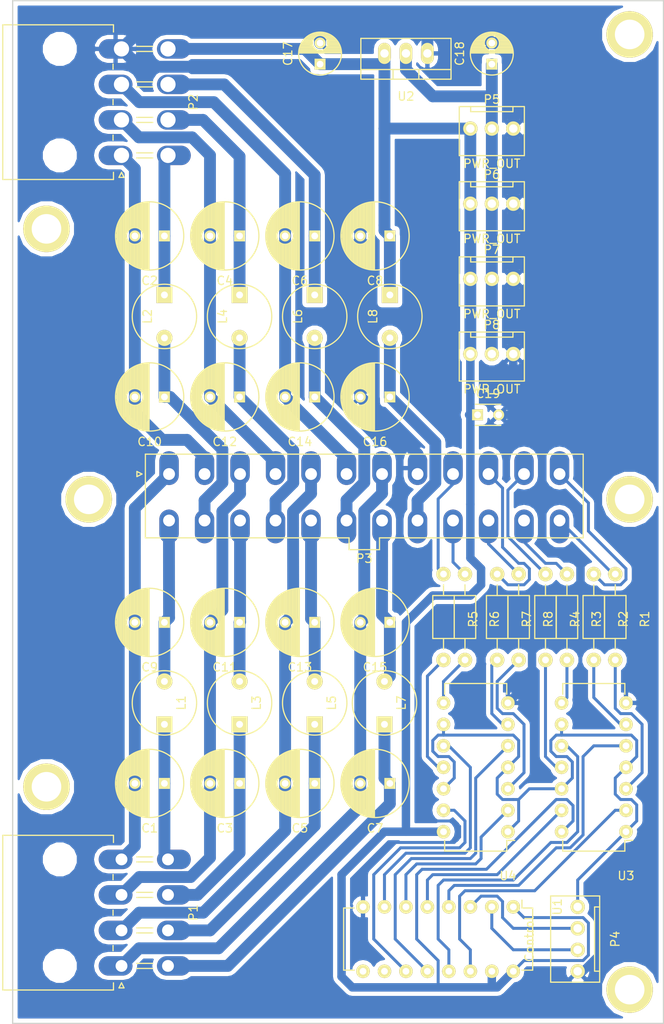
<source format=kicad_pcb>
(kicad_pcb (version 4) (host pcbnew 4.0.2-stable)
  (layers (0 F.Cu signal) (31 B.Cu signal) (34 B.Paste user) (35 F.Paste user) (36 B.SilkS user) (37 F.SilkS user) (38 B.Mask user) (39 F.Mask user) (44 Edge.Cuts user))
  (net 0 "")
  (net 1 "Net-(C1-Pad2)")
  (net 2 "Net-(C1-Pad1)")
  (net 3 "Net-(C10-Pad2)")
  (net 4 "Net-(C2-Pad1)")
  (net 5 "Net-(C11-Pad2)")
  (net 6 "Net-(C3-Pad1)")
  (net 7 "Net-(C12-Pad2)")
  (net 8 "Net-(C4-Pad1)")
  (net 9 "Net-(C13-Pad2)")
  (net 10 "Net-(C5-Pad1)")
  (net 11 "Net-(C14-Pad2)")
  (net 12 "Net-(C6-Pad1)")
  (net 13 "Net-(C15-Pad2)")
  (net 14 "Net-(C7-Pad1)")
  (net 15 "Net-(C9-Pad1)")
  (net 16 "Net-(C10-Pad1)")
  (net 17 "Net-(C11-Pad1)")
  (net 18 "Net-(C12-Pad1)")
  (net 19 "Net-(C13-Pad1)")
  (net 20 "Net-(C14-Pad1)")
  (net 21 "Net-(C15-Pad1)")
  (net 22 "Net-(C16-Pad1)")
  (net 23 VDD)
  (net 24 GND)
  (net 25 VCC)
  (net 26 "Net-(P3-Pad9)")
  (net 27 "Net-(P3-Pad10)")
  (net 28 "Net-(P3-Pad11)")
  (net 29 "Net-(P3-Pad12)")
  (net 30 "Net-(P3-Pad21)")
  (net 31 "Net-(P3-Pad22)")
  (net 32 "Net-(P3-Pad23)")
  (net 33 "Net-(P3-Pad24)")
  (net 34 "Net-(U1-Pad9)")
  (net 35 "Net-(U1-Pad10)")
  (net 36 "Net-(R1-Pad2)")
  (net 37 "Net-(R2-Pad2)")
  (net 38 "Net-(R3-Pad2)")
  (net 39 "Net-(R4-Pad2)")
  (net 40 "Net-(R5-Pad2)")
  (net 41 "Net-(R6-Pad2)")
  (net 42 "Net-(R7-Pad2)")
  (net 43 "Net-(R8-Pad2)")
  (net 44 "Net-(P4-Pad2)")
  (net 45 "Net-(P4-Pad3)")
  (net 46 "Net-(P4-Pad1)")
  (net 47 "Net-(U1-Pad4)")
  (net 48 "Net-(U1-Pad5)")
  (net 49 "Net-(U1-Pad6)")
  (net 50 "Net-(U1-Pad7)")
  (net 51 "Net-(U1-Pad11)")
  (net 52 "Net-(U1-Pad12)")
  (net 53 "Net-(U1-Pad13)")
  (net 54 "Net-(U1-Pad14)")
  (module Capacitors_ThroughHole:C_Radial_D8_L11.5_P3.5 (layer F.Cu) (at 147.955 141.605 180)
    (fp_text reference C1 (at 1.75 -5.3 180) (layer F.SilkS))
    (fp_text value 1000uF/10V)
    (pad 2 thru_hole circle (at 3.5 0 180) (size 1.3 1.3) (drill 0.8) (layers *.Cu *.Mask F.SilkS) (net 1 "Net-(C1-Pad2)"))
    (pad 1 thru_hole rect (at 0 0 180) (size 1.3 1.3) (drill 0.8) (layers *.Cu *.Mask F.SilkS) (net 2 "Net-(C1-Pad1)"))
  )
  (module Capacitors_ThroughHole:C_Radial_D8_L11.5_P3.5 (layer F.Cu) (at 147.955 76.835 180)
    (fp_text reference C2 (at 1.75 -5.3 180) (layer F.SilkS))
    (fp_text value 1000uF/10V)
    (pad 2 thru_hole circle (at 3.5 0 180) (size 1.3 1.3) (drill 0.8) (layers *.Cu *.Mask F.SilkS) (net 3 "Net-(C10-Pad2)"))
    (pad 1 thru_hole rect (at 0 0 180) (size 1.3 1.3) (drill 0.8) (layers *.Cu *.Mask F.SilkS) (net 4 "Net-(C2-Pad1)"))
  )
  (module Capacitors_ThroughHole:C_Radial_D8_L11.5_P3.5 (layer F.Cu) (at 156.845 141.605 180)
    (fp_text reference C3 (at 1.75 -5.3 180) (layer F.SilkS))
    (fp_text value 1000uF/10V)
    (pad 2 thru_hole circle (at 3.5 0 180) (size 1.3 1.3) (drill 0.8) (layers *.Cu *.Mask F.SilkS) (net 5 "Net-(C11-Pad2)"))
    (pad 1 thru_hole rect (at 0 0 180) (size 1.3 1.3) (drill 0.8) (layers *.Cu *.Mask F.SilkS) (net 6 "Net-(C3-Pad1)"))
  )
  (module Capacitors_ThroughHole:C_Radial_D8_L11.5_P3.5 (layer F.Cu) (at 156.845 76.835 180)
    (fp_text reference C4 (at 1.75 -5.3 180) (layer F.SilkS))
    (fp_text value 1000uF/10V)
    (pad 2 thru_hole circle (at 3.5 0 180) (size 1.3 1.3) (drill 0.8) (layers *.Cu *.Mask F.SilkS) (net 7 "Net-(C12-Pad2)"))
    (pad 1 thru_hole rect (at 0 0 180) (size 1.3 1.3) (drill 0.8) (layers *.Cu *.Mask F.SilkS) (net 8 "Net-(C4-Pad1)"))
  )
  (module Capacitors_ThroughHole:C_Radial_D8_L11.5_P3.5 (layer F.Cu) (at 165.735 141.605 180)
    (fp_text reference C5 (at 1.75 -5.3 180) (layer F.SilkS))
    (fp_text value 1000uF/10V)
    (pad 2 thru_hole circle (at 3.5 0 180) (size 1.3 1.3) (drill 0.8) (layers *.Cu *.Mask F.SilkS) (net 9 "Net-(C13-Pad2)"))
    (pad 1 thru_hole rect (at 0 0 180) (size 1.3 1.3) (drill 0.8) (layers *.Cu *.Mask F.SilkS) (net 10 "Net-(C5-Pad1)"))
  )
  (module Capacitors_ThroughHole:C_Radial_D8_L11.5_P3.5 (layer F.Cu) (at 165.735 76.835 180)
    (fp_text reference C6 (at 1.75 -5.3 180) (layer F.SilkS))
    (fp_text value 1000uF/10V)
    (pad 2 thru_hole circle (at 3.5 0 180) (size 1.3 1.3) (drill 0.8) (layers *.Cu *.Mask F.SilkS) (net 11 "Net-(C14-Pad2)"))
    (pad 1 thru_hole rect (at 0 0 180) (size 1.3 1.3) (drill 0.8) (layers *.Cu *.Mask F.SilkS) (net 12 "Net-(C6-Pad1)"))
  )
  (module Capacitors_ThroughHole:C_Radial_D8_L11.5_P3.5 (layer F.Cu) (at 174.625 141.605 180)
    (fp_text reference C7 (at 1.75 -5.3 180) (layer F.SilkS))
    (fp_text value 1000uF/10V)
    (pad 2 thru_hole circle (at 3.5 0 180) (size 1.3 1.3) (drill 0.8) (layers *.Cu *.Mask F.SilkS) (net 13 "Net-(C15-Pad2)"))
    (pad 1 thru_hole rect (at 0 0 180) (size 1.3 1.3) (drill 0.8) (layers *.Cu *.Mask F.SilkS) (net 14 "Net-(C7-Pad1)"))
  )
  (module Capacitors_ThroughHole:C_Radial_D8_L11.5_P3.5 (layer F.Cu) (at 174.625 76.835 180)
    (fp_text reference C8 (at 1.75 -5.3 180) (layer F.SilkS))
    (fp_text value 1000uF/10V)
    (pad 2 thru_hole circle (at 3.5 0 180) (size 1.3 1.3) (drill 0.8) (layers *.Cu *.Mask F.SilkS) (net 24 GND))
    (pad 1 thru_hole rect (at 0 0 180) (size 1.3 1.3) (drill 0.8) (layers *.Cu *.Mask F.SilkS) (net 23 VDD))
  )
  (module Capacitors_ThroughHole:C_Radial_D8_L11.5_P3.5 (layer F.Cu) (at 147.955 122.555 180)
    (fp_text reference C9 (at 1.75 -5.3 180) (layer F.SilkS))
    (fp_text value 1000uF/10V)
    (pad 2 thru_hole circle (at 3.5 0 180) (size 1.3 1.3) (drill 0.8) (layers *.Cu *.Mask F.SilkS) (net 1 "Net-(C1-Pad2)"))
    (pad 1 thru_hole rect (at 0 0 180) (size 1.3 1.3) (drill 0.8) (layers *.Cu *.Mask F.SilkS) (net 15 "Net-(C9-Pad1)"))
  )
  (module Capacitors_ThroughHole:C_Radial_D8_L11.5_P3.5 (layer F.Cu) (at 147.955 95.885 180)
    (fp_text reference C10 (at 1.75 -5.3 180) (layer F.SilkS))
    (fp_text value 1000uF/10V)
    (pad 2 thru_hole circle (at 3.5 0 180) (size 1.3 1.3) (drill 0.8) (layers *.Cu *.Mask F.SilkS) (net 3 "Net-(C10-Pad2)"))
    (pad 1 thru_hole rect (at 0 0 180) (size 1.3 1.3) (drill 0.8) (layers *.Cu *.Mask F.SilkS) (net 16 "Net-(C10-Pad1)"))
  )
  (module Capacitors_ThroughHole:C_Radial_D8_L11.5_P3.5 (layer F.Cu) (at 156.845 122.555 180)
    (fp_text reference C11 (at 1.75 -5.3 180) (layer F.SilkS))
    (fp_text value 1000uF/10V)
    (pad 2 thru_hole circle (at 3.5 0 180) (size 1.3 1.3) (drill 0.8) (layers *.Cu *.Mask F.SilkS) (net 5 "Net-(C11-Pad2)"))
    (pad 1 thru_hole rect (at 0 0 180) (size 1.3 1.3) (drill 0.8) (layers *.Cu *.Mask F.SilkS) (net 17 "Net-(C11-Pad1)"))
  )
  (module Capacitors_ThroughHole:C_Radial_D8_L11.5_P3.5 (layer F.Cu) (at 156.845 95.885 180)
    (fp_text reference C12 (at 1.75 -5.3 180) (layer F.SilkS))
    (fp_text value 1000uF/10V)
    (pad 2 thru_hole circle (at 3.5 0 180) (size 1.3 1.3) (drill 0.8) (layers *.Cu *.Mask F.SilkS) (net 7 "Net-(C12-Pad2)"))
    (pad 1 thru_hole rect (at 0 0 180) (size 1.3 1.3) (drill 0.8) (layers *.Cu *.Mask F.SilkS) (net 18 "Net-(C12-Pad1)"))
  )
  (module Capacitors_ThroughHole:C_Radial_D8_L11.5_P3.5 (layer F.Cu) (at 165.735 122.555 180)
    (fp_text reference C13 (at 1.75 -5.3 180) (layer F.SilkS))
    (fp_text value 1000uF/10V)
    (pad 2 thru_hole circle (at 3.5 0 180) (size 1.3 1.3) (drill 0.8) (layers *.Cu *.Mask F.SilkS) (net 9 "Net-(C13-Pad2)"))
    (pad 1 thru_hole rect (at 0 0 180) (size 1.3 1.3) (drill 0.8) (layers *.Cu *.Mask F.SilkS) (net 19 "Net-(C13-Pad1)"))
  )
  (module Capacitors_ThroughHole:C_Radial_D8_L11.5_P3.5 (layer F.Cu) (at 165.735 95.885 180)
    (fp_text reference C14 (at 1.75 -5.3 180) (layer F.SilkS))
    (fp_text value 1000uF/10V)
    (pad 2 thru_hole circle (at 3.5 0 180) (size 1.3 1.3) (drill 0.8) (layers *.Cu *.Mask F.SilkS) (net 11 "Net-(C14-Pad2)"))
    (pad 1 thru_hole rect (at 0 0 180) (size 1.3 1.3) (drill 0.8) (layers *.Cu *.Mask F.SilkS) (net 20 "Net-(C14-Pad1)"))
  )
  (module Capacitors_ThroughHole:C_Radial_D8_L11.5_P3.5 (layer F.Cu) (at 174.625 122.555 180)
    (fp_text reference C15 (at 1.75 -5.3 180) (layer F.SilkS))
    (fp_text value 1000uF/10V)
    (pad 2 thru_hole circle (at 3.5 0 180) (size 1.3 1.3) (drill 0.8) (layers *.Cu *.Mask F.SilkS) (net 13 "Net-(C15-Pad2)"))
    (pad 1 thru_hole rect (at 0 0 180) (size 1.3 1.3) (drill 0.8) (layers *.Cu *.Mask F.SilkS) (net 21 "Net-(C15-Pad1)"))
  )
  (module Capacitors_ThroughHole:C_Radial_D8_L11.5_P3.5 (layer F.Cu) (at 174.625 95.885 180)
    (fp_text reference C16 (at 1.75 -5.3 180) (layer F.SilkS))
    (fp_text value 1000uF/10V)
    (pad 2 thru_hole circle (at 3.5 0 180) (size 1.3 1.3) (drill 0.8) (layers *.Cu *.Mask F.SilkS) (net 24 GND))
    (pad 1 thru_hole rect (at 0 0 180) (size 1.3 1.3) (drill 0.8) (layers *.Cu *.Mask F.SilkS) (net 22 "Net-(C16-Pad1)"))
  )
  (module Capacitors_ThroughHole:C_Radial_D5_L6_P2.5 (layer F.Cu) (at 166.37 56.515 90)
    (fp_text reference C17 (at 1.25 -3.8 90) (layer F.SilkS))
    (fp_text value 100uF/10V)
    (pad 1 thru_hole rect (at 0 0 90) (size 1.3 1.3) (drill 0.8) (layers *.Cu *.Mask F.SilkS) (net 23 VDD))
    (pad 2 thru_hole circle (at 2.5 0 90) (size 1.3 1.3) (drill 0.8) (layers *.Cu *.Mask F.SilkS) (net 24 GND))
  )
  (module Capacitors_ThroughHole:C_Radial_D5_L6_P2.5 (layer F.Cu) (at 186.69 56.515 90)
    (fp_text reference C18 (at 1.25 -3.8 90) (layer F.SilkS))
    (fp_text value 22uF/6,3V)
    (pad 1 thru_hole rect (at 0 0 90) (size 1.3 1.3) (drill 0.8) (layers *.Cu *.Mask F.SilkS) (net 25 VCC))
    (pad 2 thru_hole circle (at 2.5 0 90) (size 1.3 1.3) (drill 0.8) (layers *.Cu *.Mask F.SilkS) (net 24 GND))
  )
  (module Inductors:INDUCTOR_V (layer F.Cu) (at 147.955 132.08 90)
    (fp_text reference L1 (at 0 1.99898 90) (layer F.SilkS))
    (fp_text value 1,5uH/5,4A)
    (pad 1 thru_hole rect (at -2.54 0 90) (size 1.905 1.905) (drill 0.8128) (layers *.Cu *.Mask F.SilkS) (net 2 "Net-(C1-Pad1)"))
    (pad 2 thru_hole circle (at 2.54 0 90) (size 1.905 1.905) (drill 0.8128) (layers *.Cu *.Mask F.SilkS) (net 15 "Net-(C9-Pad1)"))
  )
  (module Inductors:INDUCTOR_V (layer F.Cu) (at 147.955 86.36 270)
    (fp_text reference L2 (at 0 1.99898 270) (layer F.SilkS))
    (fp_text value 1,5uH/5,4A)
    (pad 1 thru_hole rect (at -2.54 0 270) (size 1.905 1.905) (drill 0.8128) (layers *.Cu *.Mask F.SilkS) (net 4 "Net-(C2-Pad1)"))
    (pad 2 thru_hole circle (at 2.54 0 270) (size 1.905 1.905) (drill 0.8128) (layers *.Cu *.Mask F.SilkS) (net 16 "Net-(C10-Pad1)"))
  )
  (module Inductors:INDUCTOR_V (layer F.Cu) (at 156.845 132.08 90)
    (fp_text reference L3 (at 0 1.99898 90) (layer F.SilkS))
    (fp_text value 1,5uH/5,4A)
    (pad 1 thru_hole rect (at -2.54 0 90) (size 1.905 1.905) (drill 0.8128) (layers *.Cu *.Mask F.SilkS) (net 6 "Net-(C3-Pad1)"))
    (pad 2 thru_hole circle (at 2.54 0 90) (size 1.905 1.905) (drill 0.8128) (layers *.Cu *.Mask F.SilkS) (net 17 "Net-(C11-Pad1)"))
  )
  (module Inductors:INDUCTOR_V (layer F.Cu) (at 156.845 86.36 270)
    (fp_text reference L4 (at 0 1.99898 270) (layer F.SilkS))
    (fp_text value 1,5uH/5,4A)
    (pad 1 thru_hole rect (at -2.54 0 270) (size 1.905 1.905) (drill 0.8128) (layers *.Cu *.Mask F.SilkS) (net 8 "Net-(C4-Pad1)"))
    (pad 2 thru_hole circle (at 2.54 0 270) (size 1.905 1.905) (drill 0.8128) (layers *.Cu *.Mask F.SilkS) (net 18 "Net-(C12-Pad1)"))
  )
  (module Inductors:INDUCTOR_V (layer F.Cu) (at 165.735 132.08 90)
    (fp_text reference L5 (at 0 1.99898 90) (layer F.SilkS))
    (fp_text value 1,5uH/5,4A)
    (pad 1 thru_hole rect (at -2.54 0 90) (size 1.905 1.905) (drill 0.8128) (layers *.Cu *.Mask F.SilkS) (net 10 "Net-(C5-Pad1)"))
    (pad 2 thru_hole circle (at 2.54 0 90) (size 1.905 1.905) (drill 0.8128) (layers *.Cu *.Mask F.SilkS) (net 19 "Net-(C13-Pad1)"))
  )
  (module Inductors:INDUCTOR_V (layer F.Cu) (at 165.735 86.36 270)
    (fp_text reference L6 (at 0 1.99898 270) (layer F.SilkS))
    (fp_text value 1,5uH/5,4A)
    (pad 1 thru_hole rect (at -2.54 0 270) (size 1.905 1.905) (drill 0.8128) (layers *.Cu *.Mask F.SilkS) (net 12 "Net-(C6-Pad1)"))
    (pad 2 thru_hole circle (at 2.54 0 270) (size 1.905 1.905) (drill 0.8128) (layers *.Cu *.Mask F.SilkS) (net 20 "Net-(C14-Pad1)"))
  )
  (module Inductors:INDUCTOR_V (layer F.Cu) (at 173.99 132.08 90)
    (fp_text reference L7 (at 0 1.99898 90) (layer F.SilkS))
    (fp_text value 1,5uH/5,4A)
    (pad 1 thru_hole rect (at -2.54 0 90) (size 1.905 1.905) (drill 0.8128) (layers *.Cu *.Mask F.SilkS) (net 14 "Net-(C7-Pad1)"))
    (pad 2 thru_hole circle (at 2.54 0 90) (size 1.905 1.905) (drill 0.8128) (layers *.Cu *.Mask F.SilkS) (net 21 "Net-(C15-Pad1)"))
  )
  (module Inductors:INDUCTOR_V (layer F.Cu) (at 174.625 86.36 270)
    (fp_text reference L8 (at 0 1.99898 270) (layer F.SilkS))
    (fp_text value 1,5uH/5,4A)
    (pad 1 thru_hole rect (at -2.54 0 270) (size 1.905 1.905) (drill 0.8128) (layers *.Cu *.Mask F.SilkS) (net 23 VDD))
    (pad 2 thru_hole circle (at 2.54 0 270) (size 1.905 1.905) (drill 0.8128) (layers *.Cu *.Mask F.SilkS) (net 22 "Net-(C16-Pad1)"))
  )
  (module Connectors_Molex:Molex_MiniFit-JR-5569-08A2_2x04x4.20mm_Angled (layer F.Cu) (at 142.875 163.195 90)
    (fp_text reference P1 (at 6.3 8.5 90) (layer F.SilkS))
    (fp_text value PWR1)
    (pad 1 thru_hole oval (at 0 0 90) (size 2.3 4) (drill 1.4 (offset 0 -0.7)) (layers *.Cu *.Mask) (net 13 "Net-(C15-Pad2)"))
    (pad 2 thru_hole oval (at 4.2 0 90) (size 2.3 4) (drill 1.4 (offset 0 -0.7)) (layers *.Cu *.Mask) (net 9 "Net-(C13-Pad2)"))
    (pad 3 thru_hole oval (at 8.4 0 90) (size 2.3 4) (drill 1.4 (offset 0 -0.7)) (layers *.Cu *.Mask) (net 5 "Net-(C11-Pad2)"))
    (pad 4 thru_hole oval (at 12.6 0 90) (size 2.3 4) (drill 1.4 (offset 0 -0.7)) (layers *.Cu *.Mask) (net 1 "Net-(C1-Pad2)"))
    (pad 5 thru_hole oval (at 0 5.5 90) (size 2.3 4) (drill 1.4 (offset 0 0.7)) (layers *.Cu *.Mask) (net 14 "Net-(C7-Pad1)"))
    (pad 6 thru_hole oval (at 4.2 5.5 90) (size 2.3 4) (drill 1.4 (offset 0 0.7)) (layers *.Cu *.Mask) (net 10 "Net-(C5-Pad1)"))
    (pad 7 thru_hole oval (at 8.4 5.5 90) (size 2.3 4) (drill 1.4 (offset 0 0.7)) (layers *.Cu *.Mask) (net 6 "Net-(C3-Pad1)"))
    (pad 8 thru_hole oval (at 12.6 5.5 90) (size 2.3 4) (drill 1.4 (offset 0 0.7)) (layers *.Cu *.Mask) (net 2 "Net-(C1-Pad1)"))
    (pad "" np_thru_hole circle (at 0 -7.3 90) (size 3 3) (drill 3) (layers *.Cu))
    (pad "" np_thru_hole circle (at 12.6 -7.3 90) (size 3 3) (drill 3) (layers *.Cu))
  )
  (module Connectors_Molex:Molex_MiniFit-JR-5569-08A2_2x04x4.20mm_Angled (layer F.Cu) (at 142.875 67.31 90)
    (fp_text reference P2 (at 6.3 8.5 90) (layer F.SilkS))
    (fp_text value PWR2)
    (pad 1 thru_hole oval (at 0 0 90) (size 2.3 4) (drill 1.8 (offset 0 -0.7)) (layers *.Cu *.Mask) (net 3 "Net-(C10-Pad2)"))
    (pad 2 thru_hole oval (at 4.2 0 90) (size 2.3 4) (drill 1.8 (offset 0 -0.7)) (layers *.Cu *.Mask) (net 7 "Net-(C12-Pad2)"))
    (pad 3 thru_hole oval (at 8.4 0 90) (size 2.3 4) (drill 1.8 (offset 0 -0.7)) (layers *.Cu *.Mask) (net 11 "Net-(C14-Pad2)"))
    (pad 4 thru_hole oval (at 12.6 0 90) (size 2.3 4) (drill 1.8 (offset 0 -0.7)) (layers *.Cu *.Mask) (net 24 GND))
    (pad 5 thru_hole oval (at 0 5.5 90) (size 2.3 4) (drill 1.8 (offset 0 0.7)) (layers *.Cu *.Mask) (net 4 "Net-(C2-Pad1)"))
    (pad 6 thru_hole oval (at 4.2 5.5 90) (size 2.3 4) (drill 1.8 (offset 0 0.7)) (layers *.Cu *.Mask) (net 8 "Net-(C4-Pad1)"))
    (pad 7 thru_hole oval (at 8.4 5.5 90) (size 2.3 4) (drill 1.8 (offset 0 0.7)) (layers *.Cu *.Mask) (net 12 "Net-(C6-Pad1)"))
    (pad 8 thru_hole oval (at 12.6 5.5 90) (size 2.3 4) (drill 1.8 (offset 0 0.7)) (layers *.Cu *.Mask) (net 23 VDD))
    (pad "" np_thru_hole circle (at 0 -7.3 90) (size 3 3) (drill 3) (layers *.Cu))
    (pad "" np_thru_hole circle (at 12.6 -7.3 90) (size 3 3) (drill 3) (layers *.Cu))
  )
  (module Housings_DIP:DIP-16_W7.62mm (layer F.Cu) (at 189.23 156.21 270)
    (fp_text reference U1 (at 0 -5.22 270) (layer F.SilkS))
    (fp_text value 4094)
    (pad 1 thru_hole oval (at 0 0 270) (size 1.6 1.6) (drill 0.8) (layers *.Cu *.Mask F.SilkS) (net 23 VDD))
    (pad 2 thru_hole oval (at 0 2.54 270) (size 1.6 1.6) (drill 0.8) (layers *.Cu *.Mask F.SilkS) (net 45 "Net-(P4-Pad3)"))
    (pad 3 thru_hole oval (at 0 5.08 270) (size 1.6 1.6) (drill 0.8) (layers *.Cu *.Mask F.SilkS) (net 44 "Net-(P4-Pad2)"))
    (pad 4 thru_hole oval (at 0 7.62 270) (size 1.6 1.6) (drill 0.8) (layers *.Cu *.Mask F.SilkS) (net 47 "Net-(U1-Pad4)"))
    (pad 5 thru_hole oval (at 0 10.16 270) (size 1.6 1.6) (drill 0.8) (layers *.Cu *.Mask F.SilkS) (net 48 "Net-(U1-Pad5)"))
    (pad 6 thru_hole oval (at 0 12.7 270) (size 1.6 1.6) (drill 0.8) (layers *.Cu *.Mask F.SilkS) (net 49 "Net-(U1-Pad6)"))
    (pad 7 thru_hole oval (at 0 15.24 270) (size 1.6 1.6) (drill 0.8) (layers *.Cu *.Mask F.SilkS) (net 50 "Net-(U1-Pad7)"))
    (pad 8 thru_hole oval (at 0 17.78 270) (size 1.6 1.6) (drill 0.8) (layers *.Cu *.Mask F.SilkS) (net 24 GND))
    (pad 9 thru_hole oval (at 7.62 17.78 270) (size 1.6 1.6) (drill 0.8) (layers *.Cu *.Mask F.SilkS) (net 34 "Net-(U1-Pad9)"))
    (pad 10 thru_hole oval (at 7.62 15.24 270) (size 1.6 1.6) (drill 0.8) (layers *.Cu *.Mask F.SilkS) (net 35 "Net-(U1-Pad10)"))
    (pad 11 thru_hole oval (at 7.62 12.7 270) (size 1.6 1.6) (drill 0.8) (layers *.Cu *.Mask F.SilkS) (net 51 "Net-(U1-Pad11)"))
    (pad 12 thru_hole oval (at 7.62 10.16 270) (size 1.6 1.6) (drill 0.8) (layers *.Cu *.Mask F.SilkS) (net 52 "Net-(U1-Pad12)"))
    (pad 13 thru_hole oval (at 7.62 7.62 270) (size 1.6 1.6) (drill 0.8) (layers *.Cu *.Mask F.SilkS) (net 53 "Net-(U1-Pad13)"))
    (pad 14 thru_hole oval (at 7.62 5.08 270) (size 1.6 1.6) (drill 0.8) (layers *.Cu *.Mask F.SilkS) (net 54 "Net-(U1-Pad14)"))
    (pad 15 thru_hole oval (at 7.62 2.54 270) (size 1.6 1.6) (drill 0.8) (layers *.Cu *.Mask F.SilkS) (net 23 VDD))
    (pad 16 thru_hole oval (at 7.62 0 270) (size 1.6 1.6) (drill 0.8) (layers *.Cu *.Mask F.SilkS) (net 23 VDD))
  )
  (module TO_SOT_Packages_THT:TO-220_Neutral123_Vertical (layer F.Cu) (at 176.53 55.245 180)
    (fp_text reference U2 (at 0 -5.08 180) (layer F.SilkS))
    (fp_text value LD1117V33)
    (pad 2 thru_hole oval (at 0 0 270) (size 2.49936 1.50114) (drill 1.00076) (layers *.Cu *.Mask F.SilkS) (net 25 VCC))
    (pad 1 thru_hole oval (at -2.54 0 270) (size 2.49936 1.50114) (drill 1.00076) (layers *.Cu *.Mask F.SilkS) (net 24 GND))
    (pad 3 thru_hole oval (at 2.54 0 270) (size 2.49936 1.50114) (drill 1.00076) (layers *.Cu *.Mask F.SilkS) (net 23 VDD))
  )
  (module Resistors_ThroughHole:Resistor_Horizontal_RM10mm (layer F.Cu) (at 201.295 116.84 270)
    (fp_text reference R1 (at 5.32892 -3.50012 270) (layer F.SilkS))
    (fp_text value 470)
    (pad 1 thru_hole circle (at 0 0) (size 1.7 1.7) (drill 0.8) (layers *.Cu *.Mask F.SilkS) (net 33 "Net-(P3-Pad24)"))
    (pad 2 thru_hole circle (at 10.16 0) (size 1.7 1.7) (drill 0.8) (layers *.Cu *.Mask F.SilkS) (net 36 "Net-(R1-Pad2)"))
  )
  (module Resistors_ThroughHole:Resistor_Horizontal_RM10mm (layer F.Cu) (at 198.755 116.84 270)
    (fp_text reference R2 (at 5.32892 -3.50012 270) (layer F.SilkS))
    (fp_text value 470)
    (pad 1 thru_hole circle (at 0 0) (size 1.7 1.7) (drill 0.8) (layers *.Cu *.Mask F.SilkS) (net 29 "Net-(P3-Pad12)"))
    (pad 2 thru_hole circle (at 10.16 0) (size 1.7 1.7) (drill 0.8) (layers *.Cu *.Mask F.SilkS) (net 37 "Net-(R2-Pad2)"))
  )
  (module Resistors_ThroughHole:Resistor_Horizontal_RM10mm (layer F.Cu) (at 195.58 116.84 270)
    (fp_text reference R3 (at 5.32892 -3.50012 270) (layer F.SilkS))
    (fp_text value 470)
    (pad 1 thru_hole circle (at 0 0) (size 1.7 1.7) (drill 0.8) (layers *.Cu *.Mask F.SilkS) (net 32 "Net-(P3-Pad23)"))
    (pad 2 thru_hole circle (at 10.16 0) (size 1.7 1.7) (drill 0.8) (layers *.Cu *.Mask F.SilkS) (net 38 "Net-(R3-Pad2)"))
  )
  (module Resistors_ThroughHole:Resistor_Horizontal_RM10mm (layer F.Cu) (at 193.04 116.84 270)
    (fp_text reference R4 (at 5.32892 -3.50012 270) (layer F.SilkS))
    (fp_text value 470)
    (pad 1 thru_hole circle (at 0 0) (size 1.7 1.7) (drill 0.8) (layers *.Cu *.Mask F.SilkS) (net 28 "Net-(P3-Pad11)"))
    (pad 2 thru_hole circle (at 10.16 0) (size 1.7 1.7) (drill 0.8) (layers *.Cu *.Mask F.SilkS) (net 39 "Net-(R4-Pad2)"))
  )
  (module Resistors_ThroughHole:Resistor_Horizontal_RM10mm (layer F.Cu) (at 180.975 116.84 270)
    (fp_text reference R5 (at 5.32892 -3.50012 270) (layer F.SilkS))
    (fp_text value 470)
    (pad 1 thru_hole circle (at 0 0) (size 1.7 1.7) (drill 0.8) (layers *.Cu *.Mask F.SilkS) (net 26 "Net-(P3-Pad9)"))
    (pad 2 thru_hole circle (at 10.16 0) (size 1.7 1.7) (drill 0.8) (layers *.Cu *.Mask F.SilkS) (net 40 "Net-(R5-Pad2)"))
  )
  (module Resistors_ThroughHole:Resistor_Horizontal_RM10mm (layer F.Cu) (at 183.515 116.84 270)
    (fp_text reference R6 (at 5.32892 -3.50012 270) (layer F.SilkS))
    (fp_text value 470)
    (pad 1 thru_hole circle (at 0 0) (size 1.7 1.7) (drill 0.8) (layers *.Cu *.Mask F.SilkS) (net 30 "Net-(P3-Pad21)"))
    (pad 2 thru_hole circle (at 10.16 0) (size 1.7 1.7) (drill 0.8) (layers *.Cu *.Mask F.SilkS) (net 41 "Net-(R6-Pad2)"))
  )
  (module Resistors_ThroughHole:Resistor_Horizontal_RM10mm (layer F.Cu) (at 187.325 116.84 270)
    (fp_text reference R7 (at 5.32892 -3.50012 270) (layer F.SilkS))
    (fp_text value 470)
    (pad 1 thru_hole circle (at 0 0) (size 1.7 1.7) (drill 0.8) (layers *.Cu *.Mask F.SilkS) (net 27 "Net-(P3-Pad10)"))
    (pad 2 thru_hole circle (at 10.16 0) (size 1.7 1.7) (drill 0.8) (layers *.Cu *.Mask F.SilkS) (net 42 "Net-(R7-Pad2)"))
  )
  (module Resistors_ThroughHole:Resistor_Horizontal_RM10mm (layer F.Cu) (at 189.865 116.84 270)
    (fp_text reference R8 (at 5.32892 -3.50012 270) (layer F.SilkS))
    (fp_text value 470)
    (pad 1 thru_hole circle (at 0 0) (size 1.7 1.7) (drill 0.8) (layers *.Cu *.Mask F.SilkS) (net 31 "Net-(P3-Pad22)"))
    (pad 2 thru_hole circle (at 10.16 0) (size 1.7 1.7) (drill 0.8) (layers *.Cu *.Mask F.SilkS) (net 43 "Net-(R8-Pad2)"))
  )
  (module Connectors_Molex:Molex_MiniFit-JR-5556-24A_2x12x4.20mm_Straight (layer F.Cu) (at 148.5011 105.0036)
    (fp_text reference P3 (at 23.1 10) (layer F.SilkS))
    (fp_text value Light)
    (pad 1 thru_hole oval (at 0 0) (size 2.3 4) (drill 1.4 (offset 0 -0.7)) (layers *.Cu *.Mask) (net 1 "Net-(C1-Pad2)"))
    (pad 2 thru_hole oval (at 4.2 0) (size 2.3 4) (drill 1.4 (offset 0 -0.7)) (layers *.Cu *.Mask) (net 3 "Net-(C10-Pad2)"))
    (pad 3 thru_hole oval (at 8.4 0) (size 2.3 4) (drill 1.4 (offset 0 -0.7)) (layers *.Cu *.Mask) (net 5 "Net-(C11-Pad2)"))
    (pad 4 thru_hole oval (at 12.6 0) (size 2.3 4) (drill 1.4 (offset 0 -0.7)) (layers *.Cu *.Mask) (net 7 "Net-(C12-Pad2)"))
    (pad 5 thru_hole oval (at 16.8 0) (size 2.3 4) (drill 1.4 (offset 0 -0.7)) (layers *.Cu *.Mask) (net 9 "Net-(C13-Pad2)"))
    (pad 6 thru_hole oval (at 21 0) (size 2.3 4) (drill 1.4 (offset 0 -0.7)) (layers *.Cu *.Mask) (net 11 "Net-(C14-Pad2)"))
    (pad 7 thru_hole oval (at 25.2 0) (size 2.3 4) (drill 1.4 (offset 0 -0.7)) (layers *.Cu *.Mask) (net 13 "Net-(C15-Pad2)"))
    (pad 8 thru_hole oval (at 29.4 0) (size 2.3 4) (drill 1.4 (offset 0 -0.7)) (layers *.Cu *.Mask) (net 24 GND))
    (pad 9 thru_hole oval (at 33.6 0) (size 2.3 4) (drill 1.4 (offset 0 -0.7)) (layers *.Cu *.Mask) (net 26 "Net-(P3-Pad9)"))
    (pad 10 thru_hole oval (at 37.8 0) (size 2.3 4) (drill 1.4 (offset 0 -0.7)) (layers *.Cu *.Mask) (net 27 "Net-(P3-Pad10)"))
    (pad 11 thru_hole oval (at 42 0) (size 2.3 4) (drill 1.4 (offset 0 -0.7)) (layers *.Cu *.Mask) (net 28 "Net-(P3-Pad11)"))
    (pad 12 thru_hole oval (at 46.2 0) (size 2.3 4) (drill 1.4 (offset 0 -0.7)) (layers *.Cu *.Mask) (net 29 "Net-(P3-Pad12)"))
    (pad 13 thru_hole oval (at 0 5.5) (size 2.3 4) (drill 1.4 (offset 0 0.7)) (layers *.Cu *.Mask) (net 15 "Net-(C9-Pad1)"))
    (pad 14 thru_hole oval (at 4.2 5.5) (size 2.3 4) (drill 1.4 (offset 0 0.7)) (layers *.Cu *.Mask) (net 16 "Net-(C10-Pad1)"))
    (pad 15 thru_hole oval (at 8.4 5.5) (size 2.3 4) (drill 1.4 (offset 0 0.7)) (layers *.Cu *.Mask) (net 17 "Net-(C11-Pad1)"))
    (pad 16 thru_hole oval (at 12.6 5.5) (size 2.3 4) (drill 1.4 (offset 0 0.7)) (layers *.Cu *.Mask) (net 18 "Net-(C12-Pad1)"))
    (pad 17 thru_hole oval (at 16.8 5.5) (size 2.3 4) (drill 1.4 (offset 0 0.7)) (layers *.Cu *.Mask) (net 19 "Net-(C13-Pad1)"))
    (pad 18 thru_hole oval (at 21 5.5) (size 2.3 4) (drill 1.4 (offset 0 0.7)) (layers *.Cu *.Mask) (net 20 "Net-(C14-Pad1)"))
    (pad 19 thru_hole oval (at 25.2 5.5) (size 2.3 4) (drill 1.4 (offset 0 0.7)) (layers *.Cu *.Mask) (net 21 "Net-(C15-Pad1)"))
    (pad 20 thru_hole oval (at 29.4 5.5) (size 2.3 4) (drill 1.4 (offset 0 0.7)) (layers *.Cu *.Mask) (net 22 "Net-(C16-Pad1)"))
    (pad 21 thru_hole oval (at 33.6 5.5) (size 2.3 4) (drill 1.4 (offset 0 0.7)) (layers *.Cu *.Mask) (net 30 "Net-(P3-Pad21)"))
    (pad 22 thru_hole oval (at 37.8 5.5) (size 2.3 4) (drill 1.4 (offset 0 0.7)) (layers *.Cu *.Mask) (net 31 "Net-(P3-Pad22)"))
    (pad 23 thru_hole oval (at 42 5.5) (size 2.3 4) (drill 1.4 (offset 0 0.7)) (layers *.Cu *.Mask) (net 32 "Net-(P3-Pad23)"))
    (pad 24 thru_hole oval (at 46.2 5.5) (size 2.3 4) (drill 1.4 (offset 0 0.7)) (layers *.Cu *.Mask) (net 33 "Net-(P3-Pad24)"))
  )
  (module suf_connector_ncw:CONN_NCW254-04S (layer F.Cu) (at 196.85 160.02 270)
    (fp_text reference P4 (at 0 -4.445 270) (layer F.SilkS))
    (fp_text value Control (at 0 5.715 270) (layer F.SilkS))
    (pad 2 thru_hole circle (at -1.27 0 270) (size 1.7 1.7) (drill 1) (layers *.Cu *.Mask F.SilkS) (net 44 "Net-(P4-Pad2)"))
    (pad 3 thru_hole circle (at 1.27 0 270) (size 1.7 1.7) (drill 1) (layers *.Cu *.Mask F.SilkS) (net 45 "Net-(P4-Pad3)"))
    (pad 4 thru_hole circle (at 3.81 0 270) (size 1.7 1.7) (drill 1) (layers *.Cu *.Mask F.SilkS) (net 24 GND))
    (pad 1 thru_hole circle (at -3.81 0 270) (size 1.7 1.7) (drill 1) (layers *.Cu *.Mask F.SilkS) (net 46 "Net-(P4-Pad1)"))
  )
  (module suf_connector_ncw:CONN_NCW254-03S (layer F.Cu) (at 186.69 64.135)
    (fp_text reference P5 (at 0 -3.45) (layer F.SilkS))
    (fp_text value PWR_OUT (at 0 4.15) (layer F.SilkS))
    (pad 2 thru_hole circle (at 0 0) (size 1.7 1.7) (drill 1) (layers *.Cu *.Mask F.SilkS) (net 25 VCC))
    (pad 3 thru_hole circle (at 2.54 0) (size 1.7 1.7) (drill 1) (layers *.Cu *.Mask F.SilkS) (net 24 GND))
    (pad 1 thru_hole circle (at -2.54 0) (size 1.7 1.7) (drill 1) (layers *.Cu *.Mask F.SilkS) (net 23 VDD))
  )
  (module suf_connector_ncw:CONN_NCW254-03S (layer F.Cu) (at 186.69 73.025)
    (fp_text reference P6 (at 0 -3.45) (layer F.SilkS))
    (fp_text value PWR_OUT (at 0 4.15) (layer F.SilkS))
    (pad 2 thru_hole circle (at 0 0) (size 1.7 1.7) (drill 1) (layers *.Cu *.Mask F.SilkS) (net 25 VCC))
    (pad 3 thru_hole circle (at 2.54 0) (size 1.7 1.7) (drill 1) (layers *.Cu *.Mask F.SilkS) (net 24 GND))
    (pad 1 thru_hole circle (at -2.54 0) (size 1.7 1.7) (drill 1) (layers *.Cu *.Mask F.SilkS) (net 23 VDD))
  )
  (module suf_connector_ncw:CONN_NCW254-03S (layer F.Cu) (at 186.69 81.915)
    (fp_text reference P7 (at 0 -3.45) (layer F.SilkS))
    (fp_text value PWR_OUT (at 0 4.15) (layer F.SilkS))
    (pad 2 thru_hole circle (at 0 0) (size 1.7 1.7) (drill 1) (layers *.Cu *.Mask F.SilkS) (net 25 VCC))
    (pad 3 thru_hole circle (at 2.54 0) (size 1.7 1.7) (drill 1) (layers *.Cu *.Mask F.SilkS) (net 24 GND))
    (pad 1 thru_hole circle (at -2.54 0) (size 1.7 1.7) (drill 1) (layers *.Cu *.Mask F.SilkS) (net 23 VDD))
  )
  (module suf_connector_ncw:CONN_NCW254-03S (layer F.Cu) (at 186.69 90.805)
    (fp_text reference P8 (at 0 -3.45) (layer F.SilkS))
    (fp_text value PWR_OUT (at 0 4.15) (layer F.SilkS))
    (pad 2 thru_hole circle (at 0 0) (size 1.7 1.7) (drill 1) (layers *.Cu *.Mask F.SilkS) (net 25 VCC))
    (pad 3 thru_hole circle (at 2.54 0) (size 1.7 1.7) (drill 1) (layers *.Cu *.Mask F.SilkS) (net 24 GND))
    (pad 1 thru_hole circle (at -2.54 0) (size 1.7 1.7) (drill 1) (layers *.Cu *.Mask F.SilkS) (net 23 VDD))
  )
  (module Housings_DIP:DIP-14_W7.62mm (layer F.Cu) (at 202.565 147.32 180)
    (fp_text reference U3 (at 0 -5.22 180) (layer F.SilkS))
    (fp_text value 74HCT08)
    (pad 1 thru_hole oval (at 0 0 180) (size 1.6 1.6) (drill 0.8) (layers *.Cu *.Mask F.SilkS) (net 46 "Net-(P4-Pad1)"))
    (pad 2 thru_hole oval (at 0 2.54 180) (size 1.6 1.6) (drill 0.8) (layers *.Cu *.Mask F.SilkS) (net 54 "Net-(U1-Pad14)"))
    (pad 3 thru_hole oval (at 0 5.08 180) (size 1.6 1.6) (drill 0.8) (layers *.Cu *.Mask F.SilkS) (net 36 "Net-(R1-Pad2)"))
    (pad 4 thru_hole oval (at 0 7.62 180) (size 1.6 1.6) (drill 0.8) (layers *.Cu *.Mask F.SilkS) (net 46 "Net-(P4-Pad1)"))
    (pad 5 thru_hole oval (at 0 10.16 180) (size 1.6 1.6) (drill 0.8) (layers *.Cu *.Mask F.SilkS) (net 47 "Net-(U1-Pad4)"))
    (pad 6 thru_hole oval (at 0 12.7 180) (size 1.6 1.6) (drill 0.8) (layers *.Cu *.Mask F.SilkS) (net 37 "Net-(R2-Pad2)"))
    (pad 7 thru_hole oval (at 0 15.24 180) (size 1.6 1.6) (drill 0.8) (layers *.Cu *.Mask F.SilkS) (net 24 GND))
    (pad 8 thru_hole oval (at 7.62 15.24 180) (size 1.6 1.6) (drill 0.8) (layers *.Cu *.Mask F.SilkS) (net 38 "Net-(R3-Pad2)"))
    (pad 9 thru_hole oval (at 7.62 12.7 180) (size 1.6 1.6) (drill 0.8) (layers *.Cu *.Mask F.SilkS) (net 46 "Net-(P4-Pad1)"))
    (pad 10 thru_hole oval (at 7.62 10.16 180) (size 1.6 1.6) (drill 0.8) (layers *.Cu *.Mask F.SilkS) (net 53 "Net-(U1-Pad13)"))
    (pad 11 thru_hole oval (at 7.62 7.62 180) (size 1.6 1.6) (drill 0.8) (layers *.Cu *.Mask F.SilkS) (net 39 "Net-(R4-Pad2)"))
    (pad 12 thru_hole oval (at 7.62 5.08 180) (size 1.6 1.6) (drill 0.8) (layers *.Cu *.Mask F.SilkS) (net 46 "Net-(P4-Pad1)"))
    (pad 13 thru_hole oval (at 7.62 2.54 180) (size 1.6 1.6) (drill 0.8) (layers *.Cu *.Mask F.SilkS) (net 48 "Net-(U1-Pad5)"))
    (pad 14 thru_hole oval (at 7.62 0 180) (size 1.6 1.6) (drill 0.8) (layers *.Cu *.Mask F.SilkS) (net 23 VDD))
  )
  (module Housings_DIP:DIP-14_W7.62mm (layer F.Cu) (at 188.595 147.32 180)
    (fp_text reference U4 (at 0 -5.22 180) (layer F.SilkS))
    (fp_text value 74HCT08)
    (pad 1 thru_hole oval (at 0 0 180) (size 1.6 1.6) (drill 0.8) (layers *.Cu *.Mask F.SilkS) (net 46 "Net-(P4-Pad1)"))
    (pad 2 thru_hole oval (at 0 2.54 180) (size 1.6 1.6) (drill 0.8) (layers *.Cu *.Mask F.SilkS) (net 49 "Net-(U1-Pad6)"))
    (pad 3 thru_hole oval (at 0 5.08 180) (size 1.6 1.6) (drill 0.8) (layers *.Cu *.Mask F.SilkS) (net 43 "Net-(R8-Pad2)"))
    (pad 4 thru_hole oval (at 0 7.62 180) (size 1.6 1.6) (drill 0.8) (layers *.Cu *.Mask F.SilkS) (net 46 "Net-(P4-Pad1)"))
    (pad 5 thru_hole oval (at 0 10.16 180) (size 1.6 1.6) (drill 0.8) (layers *.Cu *.Mask F.SilkS) (net 52 "Net-(U1-Pad12)"))
    (pad 6 thru_hole oval (at 0 12.7 180) (size 1.6 1.6) (drill 0.8) (layers *.Cu *.Mask F.SilkS) (net 42 "Net-(R7-Pad2)"))
    (pad 7 thru_hole oval (at 0 15.24 180) (size 1.6 1.6) (drill 0.8) (layers *.Cu *.Mask F.SilkS) (net 24 GND))
    (pad 8 thru_hole oval (at 7.62 15.24 180) (size 1.6 1.6) (drill 0.8) (layers *.Cu *.Mask F.SilkS) (net 41 "Net-(R6-Pad2)"))
    (pad 9 thru_hole oval (at 7.62 12.7 180) (size 1.6 1.6) (drill 0.8) (layers *.Cu *.Mask F.SilkS) (net 46 "Net-(P4-Pad1)"))
    (pad 10 thru_hole oval (at 7.62 10.16 180) (size 1.6 1.6) (drill 0.8) (layers *.Cu *.Mask F.SilkS) (net 50 "Net-(U1-Pad7)"))
    (pad 11 thru_hole oval (at 7.62 7.62 180) (size 1.6 1.6) (drill 0.8) (layers *.Cu *.Mask F.SilkS) (net 40 "Net-(R5-Pad2)"))
    (pad 12 thru_hole oval (at 7.62 5.08 180) (size 1.6 1.6) (drill 0.8) (layers *.Cu *.Mask F.SilkS) (net 46 "Net-(P4-Pad1)"))
    (pad 13 thru_hole oval (at 7.62 2.54 180) (size 1.6 1.6) (drill 0.8) (layers *.Cu *.Mask F.SilkS) (net 51 "Net-(U1-Pad11)"))
    (pad 14 thru_hole oval (at 7.62 0 180) (size 1.6 1.6) (drill 0.8) (layers *.Cu *.Mask F.SilkS) (net 23 VDD))
  )
  (module suf_mounting:MNT_HOLE_3.5 (layer F.Cu) (at 203 53)
    (fp_text reference MNT_HOLE_3.5 hide)
    (fp_text value Val** hide)
    (pad "" thru_hole circle (at 0 0) (size 5.4991 5.4991) (drill 3.50012) (layers *.Cu *.Mask F.SilkS))
  )
  (module suf_mounting:MNT_HOLE_3.5 (layer F.Cu) (at 203 166)
    (fp_text reference MNT_HOLE_3.5 hide)
    (fp_text value Val** hide)
    (pad "" thru_hole circle (at 0 0) (size 5.4991 5.4991) (drill 3.50012) (layers *.Cu *.Mask F.SilkS))
  )
  (module suf_mounting:MNT_HOLE_3.5 (layer F.Cu) (at 134 76)
    (fp_text reference MNT_HOLE_3.5 hide)
    (fp_text value Val** hide)
    (pad "" thru_hole circle (at 0 0) (size 5.4991 5.4991) (drill 3.50012) (layers *.Cu *.Mask F.SilkS))
  )
  (module suf_mounting:MNT_HOLE_3.5 (layer F.Cu) (at 134 142)
    (fp_text reference MNT_HOLE_3.5 hide)
    (fp_text value Val** hide)
    (pad "" thru_hole circle (at 0 0) (size 5.4991 5.4991) (drill 3.50012) (layers *.Cu *.Mask F.SilkS))
  )
  (module suf_mounting:MNT_HOLE_3.5 (layer F.Cu) (at 203 108)
    (fp_text reference MNT_HOLE_3.5 hide)
    (fp_text value Val** hide)
    (pad "" thru_hole circle (at 0 0) (size 5.4991 5.4991) (drill 3.50012) (layers *.Cu *.Mask F.SilkS))
  )
  (module suf_mounting:MNT_HOLE_3.5 (layer F.Cu) (at 139 108)
    (fp_text reference MNT_HOLE_3.5 hide)
    (fp_text value Val** hide)
    (pad "" thru_hole circle (at 0 0) (size 5.4991 5.4991) (drill 3.50012) (layers *.Cu *.Mask F.SilkS))
  )
  (module Capacitors_ThroughHole:C_Disc_D3_P2.5 (layer F.Cu) (at 185 98)
    (fp_text reference C19 (at 1.25 -2.5) (layer F.SilkS))
    (fp_text value 1uF/10V)
    (pad 1 thru_hole rect (at 0 0) (size 1.3 1.3) (drill 0.8) (layers *.Cu *.Mask F.SilkS) (net 23 VDD))
    (pad 2 thru_hole circle (at 2.5 0) (size 1.3 1.3) (drill 0.8001) (layers *.Cu *.Mask F.SilkS) (net 24 GND))
  )
  (gr_line (start 207 49) (end 130 49) (angle 90) (layer Edge.Cuts) (width 0.15))
  (gr_line (start 207 170) (end 130 170) (angle 90) (layer Edge.Cuts) (width 0.15))
  (gr_line (start 130 49) (end 130 170) (angle 90) (layer Edge.Cuts) (width 0.15))
  (gr_line (start 207 49) (end 207 170) (angle 90) (layer Edge.Cuts) (width 0.15))
  (segment (start 144.455 141.605) (end 144.455 149.015) (width 1.4) (layer B.Cu) (net 1))
  (segment (start 144.455 149.015) (end 142.875 150.595) (width 1.4) (layer B.Cu) (net 1))
  (segment (start 144.455 122.555) (end 144.455 141.605) (width 1.4) (layer B.Cu) (net 1))
  (segment (start 144.455 122.555) (end 144.4498 109.0422) (width 1.4) (layer B.Cu) (net 1))
  (segment (start 144.455 109.0497) (end 148.5011 105.0036) (width 1.4) (layer B.Cu) (net 1))
  (segment (start 147.955 141.605) (end 147.955 150.175) (width 1.4) (layer B.Cu) (net 2))
  (segment (start 147.955 150.175) (end 148.375 150.595) (width 1.4) (layer B.Cu) (net 2))
  (segment (start 147.955 134.62) (end 147.955 141.605) (width 1.4) (layer B.Cu) (net 2))
  (segment (start 144.455 95.885) (end 144.455 97.719) (width 1.4) (layer B.Cu) (net 3))
  (segment (start 152.7011 103.0441) (end 152.7011 105.0036) (width 1.4) (layer B.Cu) (net 3))
  (segment (start 150.622 100.965) (end 152.7011 103.0441) (width 1.4) (layer B.Cu) (net 3))
  (segment (start 147.701 100.965) (end 150.622 100.965) (width 1.4) (layer B.Cu) (net 3))
  (segment (start 144.455 97.719) (end 147.701 100.965) (width 1.4) (layer B.Cu) (net 3))
  (segment (start 144.455 76.835) (end 144.455 95.885) (width 1.4) (layer B.Cu) (net 3))
  (segment (start 142.875 67.31) (end 144.455 68.89) (width 1.4) (layer B.Cu) (net 3))
  (segment (start 144.455 68.89) (end 144.455 76.835) (width 1.4) (layer B.Cu) (net 3))
  (segment (start 147.955 76.835) (end 147.955 83.82) (width 1.4) (layer B.Cu) (net 4))
  (segment (start 148.375 67.31) (end 147.955 67.73) (width 1.4) (layer B.Cu) (net 4))
  (segment (start 147.955 67.73) (end 147.955 76.835) (width 1.4) (layer B.Cu) (net 4))
  (segment (start 142.875 154.795) (end 144.9906 152.6794) (width 1.4) (layer B.Cu) (net 5))
  (segment (start 153.345 150.3882) (end 153.345 141.605) (width 1.4) (layer B.Cu) (net 5))
  (segment (start 151.0538 152.6794) (end 153.345 150.3882) (width 1.4) (layer B.Cu) (net 5))
  (segment (start 144.9906 152.6794) (end 151.0538 152.6794) (width 1.4) (layer B.Cu) (net 5))
  (segment (start 153.345 122.555) (end 153.345 141.605) (width 1.4) (layer B.Cu) (net 5))
  (segment (start 156.9011 105.0036) (end 156.9011 107.3351) (width 1.4) (layer B.Cu) (net 5))
  (segment (start 154.813 121.087) (end 153.345 122.555) (width 1.4) (layer B.Cu) (net 5))
  (segment (start 154.813 109.4232) (end 154.813 121.087) (width 1.4) (layer B.Cu) (net 5))
  (segment (start 156.9011 107.3351) (end 154.813 109.4232) (width 1.4) (layer B.Cu) (net 5))
  (segment (start 148.375 154.795) (end 151.8592 154.795) (width 1.4) (layer B.Cu) (net 6))
  (segment (start 156.845 149.8092) (end 156.845 141.605) (width 1.4) (layer B.Cu) (net 6))
  (segment (start 151.8592 154.795) (end 156.845 149.8092) (width 1.4) (layer B.Cu) (net 6))
  (segment (start 156.845 134.62) (end 156.845 141.605) (width 1.4) (layer B.Cu) (net 6))
  (segment (start 153.345 95.885) (end 153.345 95.8902) (width 1.4) (layer B.Cu) (net 7))
  (segment (start 153.345 95.8902) (end 161.1011 103.6463) (width 1.4) (layer B.Cu) (net 7))
  (segment (start 161.1011 103.6463) (end 161.1011 105.0036) (width 1.4) (layer B.Cu) (net 7))
  (segment (start 153.345 76.835) (end 153.345 95.885) (width 1.4) (layer B.Cu) (net 7))
  (segment (start 142.875 63.11) (end 144.9414 65.1764) (width 1.4) (layer B.Cu) (net 7))
  (segment (start 153.345 67.2898) (end 153.345 76.835) (width 1.4) (layer B.Cu) (net 7))
  (segment (start 151.2316 65.1764) (end 153.345 67.2898) (width 1.4) (layer B.Cu) (net 7))
  (segment (start 144.9414 65.1764) (end 151.2316 65.1764) (width 1.4) (layer B.Cu) (net 7))
  (segment (start 156.845 76.835) (end 156.845 83.82) (width 1.4) (layer B.Cu) (net 8))
  (segment (start 148.375 63.11) (end 152.518 63.11) (width 1.4) (layer B.Cu) (net 8))
  (segment (start 156.845 67.437) (end 156.845 76.835) (width 1.4) (layer B.Cu) (net 8))
  (segment (start 152.518 63.11) (end 156.845 67.437) (width 1.4) (layer B.Cu) (net 8))
  (segment (start 142.875 158.995) (end 144.9742 156.8958) (width 1.4) (layer B.Cu) (net 9))
  (segment (start 162.235 147.2132) (end 162.235 141.605) (width 1.4) (layer B.Cu) (net 9))
  (segment (start 152.5524 156.8958) (end 162.235 147.2132) (width 1.4) (layer B.Cu) (net 9))
  (segment (start 144.9742 156.8958) (end 152.5524 156.8958) (width 1.4) (layer B.Cu) (net 9))
  (segment (start 162.235 122.555) (end 162.235 141.605) (width 1.4) (layer B.Cu) (net 9))
  (segment (start 165.3011 105.0036) (end 165.3011 107.3171) (width 1.4) (layer B.Cu) (net 9))
  (segment (start 163.195 121.595) (end 162.235 122.555) (width 1.4) (layer B.Cu) (net 9))
  (segment (start 163.1696 109.474) (end 163.195 121.595) (width 1.4) (layer B.Cu) (net 9))
  (segment (start 165.3011 107.3171) (end 163.195 109.4232) (width 1.4) (layer B.Cu) (net 9))
  (segment (start 148.375 158.995) (end 153.3488 158.995) (width 1.4) (layer B.Cu) (net 10))
  (segment (start 165.735 146.6088) (end 165.735 141.605) (width 1.4) (layer B.Cu) (net 10))
  (segment (start 153.3488 158.995) (end 165.735 146.6088) (width 1.4) (layer B.Cu) (net 10))
  (segment (start 165.735 134.62) (end 165.735 141.605) (width 1.4) (layer B.Cu) (net 10))
  (segment (start 162.235 95.885) (end 162.235 95.8902) (width 1.4) (layer B.Cu) (net 11))
  (segment (start 162.235 95.8902) (end 169.5011 103.1563) (width 1.4) (layer B.Cu) (net 11))
  (segment (start 169.5011 103.1563) (end 169.5011 105.0036) (width 1.4) (layer B.Cu) (net 11))
  (segment (start 162.235 76.835) (end 162.235 95.885) (width 1.4) (layer B.Cu) (net 11))
  (segment (start 142.875 58.91) (end 144.9758 61.0108) (width 1.4) (layer B.Cu) (net 11))
  (segment (start 162.235 69.4488) (end 162.235 76.835) (width 1.4) (layer B.Cu) (net 11))
  (segment (start 153.797 61.0108) (end 162.235 69.4488) (width 1.4) (layer B.Cu) (net 11))
  (segment (start 144.9758 61.0108) (end 153.797 61.0108) (width 1.4) (layer B.Cu) (net 11))
  (segment (start 165.735 76.835) (end 165.735 83.82) (width 1.4) (layer B.Cu) (net 12))
  (segment (start 148.375 58.91) (end 155.0236 58.91) (width 1.4) (layer B.Cu) (net 12))
  (segment (start 165.735 69.6214) (end 165.735 76.835) (width 1.4) (layer B.Cu) (net 12))
  (segment (start 155.0236 58.91) (end 165.735 69.6214) (width 1.4) (layer B.Cu) (net 12))
  (segment (start 171.125 141.605) (end 171.125 144.343) (width 1.4) (layer B.Cu) (net 13))
  (segment (start 144.9578 161.1122) (end 154.3558 161.1122) (width 1.4) (layer B.Cu) (net 13))
  (segment (start 144.9578 161.1122) (end 142.875 163.195) (width 1.4) (layer B.Cu) (net 13))
  (segment (start 171.125 144.343) (end 154.3558 161.1122) (width 1.4) (layer B.Cu) (net 13))
  (segment (start 171.125 122.555) (end 171.125 141.605) (width 1.4) (layer B.Cu) (net 13))
  (segment (start 173.7011 105.0036) (end 173.7011 107.2991) (width 1.4) (layer B.Cu) (net 13))
  (segment (start 171.6024 122.0776) (end 171.125 122.555) (width 1.4) (layer B.Cu) (net 13))
  (segment (start 171.6024 109.3978) (end 171.6024 122.0776) (width 1.4) (layer B.Cu) (net 13))
  (segment (start 173.7011 107.2991) (end 171.6024 109.3978) (width 1.4) (layer B.Cu) (net 13))
  (segment (start 174.625 141.605) (end 174.625 144.018) (width 1.4) (layer B.Cu) (net 14))
  (segment (start 155.448 163.195) (end 148.375 163.195) (width 1.4) (layer B.Cu) (net 14))
  (segment (start 174.625 144.018) (end 155.448 163.195) (width 1.4) (layer B.Cu) (net 14))
  (segment (start 173.99 134.62) (end 173.99 140.97) (width 1.4) (layer B.Cu) (net 14))
  (segment (start 173.99 140.97) (end 174.625 141.605) (width 1.4) (layer B.Cu) (net 14))
  (segment (start 147.955 122.555) (end 147.955 129.54) (width 1.4) (layer B.Cu) (net 15))
  (segment (start 148.4884 110.49) (end 148.5011 122.0089) (width 1.4) (layer B.Cu) (net 15))
  (segment (start 148.5011 122.0089) (end 147.955 122.555) (width 1.4) (layer B.Cu) (net 15))
  (segment (start 154.813 102.0826) (end 154.813 106.0196) (width 1.4) (layer B.Cu) (net 16))
  (segment (start 152.7011 108.1315) (end 152.7011 110.5036) (width 1.4) (layer B.Cu) (net 16))
  (segment (start 154.813 106.0196) (end 152.7011 108.1315) (width 1.4) (layer B.Cu) (net 16))
  (segment (start 147.955 95.885) (end 148.6154 95.885) (width 1.4) (layer B.Cu) (net 16))
  (segment (start 148.6154 95.885) (end 154.813 102.0826) (width 1.4) (layer B.Cu) (net 16))
  (segment (start 147.955 88.9) (end 147.955 95.885) (width 1.4) (layer B.Cu) (net 16))
  (segment (start 156.845 122.555) (end 156.845 129.54) (width 1.4) (layer B.Cu) (net 17))
  (segment (start 156.9011 110.5036) (end 156.9011 122.4989) (width 1.4) (layer B.Cu) (net 17))
  (segment (start 156.9011 122.4989) (end 156.845 122.555) (width 1.4) (layer B.Cu) (net 17))
  (segment (start 156.9011 122.4989) (end 156.845 122.555) (width 1.4) (layer B.Cu) (net 17))
  (segment (start 163.195 102.235) (end 163.195 106.045) (width 1.4) (layer B.Cu) (net 18))
  (segment (start 156.845 95.885) (end 163.195 102.235) (width 1.4) (layer B.Cu) (net 18))
  (segment (start 161.1011 108.1389) (end 161.1011 110.5036) (width 1.4) (layer B.Cu) (net 18))
  (segment (start 163.195 106.045) (end 161.1011 108.1389) (width 1.4) (layer B.Cu) (net 18))
  (segment (start 156.845 88.9) (end 156.845 95.885) (width 1.4) (layer B.Cu) (net 18))
  (segment (start 165.735 122.555) (end 165.735 129.54) (width 1.4) (layer B.Cu) (net 19))
  (segment (start 165.3032 110.4392) (end 165.3011 122.1211) (width 1.4) (layer B.Cu) (net 19))
  (segment (start 165.3011 122.1211) (end 165.735 122.555) (width 1.4) (layer B.Cu) (net 19))
  (segment (start 165.735 95.885) (end 171.6024 101.7524) (width 1.4) (layer B.Cu) (net 20))
  (segment (start 169.5011 108.0955) (end 169.5011 110.5036) (width 1.4) (layer B.Cu) (net 20))
  (segment (start 171.6024 105.9942) (end 169.5011 108.0955) (width 1.4) (layer B.Cu) (net 20))
  (segment (start 171.6024 101.7524) (end 171.6024 105.9942) (width 1.4) (layer B.Cu) (net 20))
  (segment (start 165.735 88.9) (end 165.735 95.885) (width 1.4) (layer B.Cu) (net 20))
  (segment (start 174.625 122.555) (end 174.625 128.905) (width 1.4) (layer B.Cu) (net 21))
  (segment (start 174.625 128.905) (end 173.99 129.54) (width 1.4) (layer B.Cu) (net 21))
  (segment (start 173.7106 110.4392) (end 173.7011 121.6311) (width 1.4) (layer B.Cu) (net 21))
  (segment (start 173.7011 121.6311) (end 174.625 122.555) (width 1.4) (layer B.Cu) (net 21))
  (segment (start 174.625 95.885) (end 180.0098 101.2698) (width 1.4) (layer B.Cu) (net 22))
  (segment (start 177.9011 108.1283) (end 177.9011 110.5036) (width 1.4) (layer B.Cu) (net 22))
  (segment (start 180.0098 106.0196) (end 177.9011 108.1283) (width 1.4) (layer B.Cu) (net 22))
  (segment (start 180.0098 101.2698) (end 180.0098 106.0196) (width 1.4) (layer B.Cu) (net 22))
  (segment (start 174.625 88.9) (end 174.625 95.885) (width 1.4) (layer B.Cu) (net 22))
  (segment (start 185 98) (end 184.15 98) (width 1) (layer B.Cu) (net 23))
  (segment (start 184.15 98) (end 184 98) (width 1) (layer B.Cu) (net 23))
  (segment (start 184 98) (end 184.15 98) (width 1) (layer B.Cu) (net 23))
  (segment (start 186.69 165.735) (end 187.325 165.735) (width 1) (layer B.Cu) (net 23))
  (segment (start 187.325 165.735) (end 189.23 163.83) (width 1) (layer B.Cu) (net 23))
  (segment (start 180.34 165.735) (end 186.69 165.735) (width 1) (layer B.Cu) (net 23))
  (segment (start 168.91 152.4) (end 168.91 164.465) (width 1) (layer B.Cu) (net 23))
  (segment (start 170.18 165.735) (end 180.34 165.735) (width 1) (layer B.Cu) (net 23))
  (segment (start 168.91 164.465) (end 170.18 165.735) (width 1) (layer B.Cu) (net 23))
  (segment (start 194.31 143.51) (end 186.055 151.765) (width 0.35) (layer B.Cu) (net 23))
  (segment (start 186.055 151.765) (end 178.435 151.765) (width 0.35) (layer B.Cu) (net 23))
  (segment (start 178.435 151.765) (end 177.8 152.4) (width 0.35) (layer B.Cu) (net 23))
  (segment (start 177.8 152.4) (end 177.8 160.02) (width 0.35) (layer B.Cu) (net 23))
  (segment (start 177.8 160.02) (end 180.34 162.56) (width 0.35) (layer B.Cu) (net 23))
  (segment (start 180.34 162.56) (end 180.34 165.735) (width 0.35) (layer B.Cu) (net 23))
  (segment (start 176.53 147.32) (end 173.99 147.32) (width 1) (layer B.Cu) (net 23))
  (segment (start 173.99 147.32) (end 168.91 152.4) (width 1) (layer B.Cu) (net 23))
  (segment (start 189.23 156.21) (end 190.5 157.48) (width 0.35) (layer B.Cu) (net 23))
  (segment (start 190.5 157.48) (end 197.485 157.48) (width 0.35) (layer B.Cu) (net 23))
  (segment (start 197.485 157.48) (end 198.12 158.115) (width 0.35) (layer B.Cu) (net 23))
  (segment (start 198.12 158.115) (end 198.12 161.925) (width 0.35) (layer B.Cu) (net 23))
  (segment (start 198.12 161.925) (end 197.485 162.56) (width 0.35) (layer B.Cu) (net 23))
  (segment (start 197.485 162.56) (end 190.5 162.56) (width 0.35) (layer B.Cu) (net 23))
  (segment (start 190.5 162.56) (end 189.23 163.83) (width 0.35) (layer B.Cu) (net 23))
  (segment (start 194.945 147.32) (end 195.029998 147.32) (width 0.35) (layer B.Cu) (net 23))
  (segment (start 195.029998 147.32) (end 196.299998 146.05) (width 0.35) (layer B.Cu) (net 23))
  (segment (start 194.31 143.51) (end 189.865 147.955) (width 0.35) (layer B.Cu) (net 23))
  (segment (start 195.58 143.51) (end 194.31 143.51) (width 0.35) (layer B.Cu) (net 23))
  (segment (start 196.299998 144.229998) (end 195.58 143.51) (width 0.35) (layer B.Cu) (net 23))
  (segment (start 196.299998 146.05) (end 196.299998 144.229998) (width 0.35) (layer B.Cu) (net 23))
  (segment (start 180.975 147.32) (end 176.53 147.32) (width 1) (layer B.Cu) (net 23))
  (segment (start 186.69 163.83) (end 186.69 165.735) (width 1) (layer B.Cu) (net 23))
  (segment (start 184.15 114.935) (end 185.42 116.205) (width 1) (layer B.Cu) (net 23))
  (segment (start 185.42 116.205) (end 185.42 118.11) (width 1) (layer B.Cu) (net 23))
  (segment (start 185.42 118.11) (end 184.15 119.38) (width 1) (layer B.Cu) (net 23))
  (segment (start 184.15 119.38) (end 179.705 119.38) (width 1) (layer B.Cu) (net 23))
  (segment (start 179.705 119.38) (end 176.53 122.555) (width 1) (layer B.Cu) (net 23))
  (segment (start 176.53 122.555) (end 176.53 147.32) (width 1) (layer B.Cu) (net 23))
  (segment (start 184.15 108.585) (end 184.15 98) (width 1) (layer B.Cu) (net 23))
  (segment (start 184.15 98) (end 184.15 90.805) (width 1) (layer B.Cu) (net 23))
  (segment (start 184.15 108.585) (end 184.15 114.935) (width 1) (layer B.Cu) (net 23))
  (segment (start 184.15 81.915) (end 184.15 90.805) (width 1.4) (layer B.Cu) (net 23))
  (segment (start 184.15 73.025) (end 184.15 81.915) (width 1.4) (layer B.Cu) (net 23))
  (segment (start 184.15 64.135) (end 184.15 73.025) (width 1.4) (layer B.Cu) (net 23))
  (segment (start 184.15 64.135) (end 173.99 64.135) (width 1.4) (layer B.Cu) (net 23))
  (segment (start 166.37 56.515) (end 173.99 56.515) (width 1.4) (layer B.Cu) (net 23))
  (segment (start 173.99 55.245) (end 173.99 56.515) (width 1.4) (layer B.Cu) (net 23))
  (segment (start 173.99 56.515) (end 173.99 64.135) (width 1.4) (layer B.Cu) (net 23))
  (segment (start 173.99 64.135) (end 173.99 75.565) (width 1.4) (layer B.Cu) (net 23))
  (segment (start 173.99 75.565) (end 173.99 76.2) (width 1.4) (layer B.Cu) (net 23))
  (segment (start 173.99 76.2) (end 174.625 76.835) (width 1.4) (layer B.Cu) (net 23))
  (segment (start 148.375 54.71) (end 164.565 54.71) (width 1.4) (layer B.Cu) (net 23))
  (segment (start 164.565 54.71) (end 166.37 56.515) (width 1.4) (layer B.Cu) (net 23))
  (segment (start 174.625 76.835) (end 174.625 83.82) (width 1.4) (layer B.Cu) (net 23))
  (segment (start 187.5 98) (end 189.23 98) (width 1) (layer B.Cu) (net 24))
  (segment (start 189.23 98) (end 189 98) (width 1) (layer B.Cu) (net 24))
  (segment (start 189 98) (end 189.23 98) (width 1) (layer B.Cu) (net 24))
  (segment (start 195.62699 119.42699) (end 200.70699 119.42699) (width 1) (layer B.Cu) (net 24))
  (segment (start 197.485 163.83) (end 196.85 163.83) (width 1) (layer B.Cu) (net 24))
  (segment (start 205.74 155.575) (end 197.485 163.83) (width 1) (layer B.Cu) (net 24))
  (segment (start 205.74 124.46) (end 205.74 155.575) (width 1) (layer B.Cu) (net 24))
  (segment (start 200.70699 119.42699) (end 205.74 124.46) (width 1) (layer B.Cu) (net 24))
  (segment (start 182.88 146.685) (end 182.88 147.955) (width 0.35) (layer B.Cu) (net 24))
  (segment (start 182.88 146.685) (end 182.245 146.05) (width 0.35) (layer B.Cu) (net 24))
  (segment (start 182.245 146.05) (end 179.705 146.05) (width 0.35) (layer B.Cu) (net 24))
  (segment (start 179.705 146.05) (end 177.8 144.145) (width 0.35) (layer B.Cu) (net 24))
  (segment (start 177.8 144.145) (end 177.8 127) (width 0.35) (layer B.Cu) (net 24))
  (segment (start 177.8 127) (end 179.705 125.095) (width 0.35) (layer B.Cu) (net 24))
  (segment (start 191.44996 125.095) (end 179.705 125.095) (width 0.35) (layer B.Cu) (net 24))
  (segment (start 171.45 152.4) (end 171.45 156.21) (width 0.35) (layer B.Cu) (net 24))
  (segment (start 175.26 148.59) (end 171.45 152.4) (width 0.35) (layer B.Cu) (net 24))
  (segment (start 182.245 148.59) (end 175.26 148.59) (width 0.35) (layer B.Cu) (net 24))
  (segment (start 182.88 147.955) (end 182.245 148.59) (width 0.35) (layer B.Cu) (net 24))
  (segment (start 194.691 114.173) (end 195.961 114.173) (width 1) (layer B.Cu) (net 24))
  (segment (start 189.23 100.33) (end 189.865 100.965) (width 1) (layer B.Cu) (net 24))
  (segment (start 189.865 100.965) (end 191.135 100.965) (width 1) (layer B.Cu) (net 24))
  (segment (start 191.135 100.965) (end 192.659 102.489) (width 1) (layer B.Cu) (net 24))
  (segment (start 192.659 102.489) (end 192.659 113.157) (width 1) (layer B.Cu) (net 24))
  (segment (start 192.659 113.157) (end 193.675 114.173) (width 1) (layer B.Cu) (net 24))
  (segment (start 193.675 114.173) (end 194.691 114.173) (width 1) (layer B.Cu) (net 24))
  (segment (start 189.23 90.805) (end 189.23 98) (width 1) (layer B.Cu) (net 24))
  (segment (start 189.23 98) (end 189.23 100.33) (width 1) (layer B.Cu) (net 24))
  (segment (start 197.1802 115.3922) (end 197.1802 117.87378) (width 1) (layer B.Cu) (net 24))
  (segment (start 197.1802 117.87378) (end 195.62699 119.42699) (width 1) (layer B.Cu) (net 24))
  (segment (start 195.62699 119.42699) (end 191.44996 123.60402) (width 1) (layer B.Cu) (net 24))
  (segment (start 191.44996 123.60402) (end 191.44996 125.095) (width 1) (layer B.Cu) (net 24))
  (segment (start 191.44996 125.095) (end 191.44996 129.22504) (width 1) (layer B.Cu) (net 24))
  (segment (start 191.44996 129.22504) (end 188.595 132.08) (width 1) (layer B.Cu) (net 24))
  (segment (start 195.961 114.173) (end 197.1802 115.3922) (width 1) (layer B.Cu) (net 24))
  (segment (start 189.23 81.915) (end 189.23 90.805) (width 1.4) (layer B.Cu) (net 24))
  (segment (start 189.23 73.025) (end 189.23 81.915) (width 1.4) (layer B.Cu) (net 24))
  (segment (start 189.23 64.135) (end 189.23 73.025) (width 1.4) (layer B.Cu) (net 24))
  (segment (start 186.69 54.015) (end 188 54.015) (width 1.4) (layer B.Cu) (net 24))
  (segment (start 189.23 55.245) (end 189.23 64.135) (width 1.4) (layer B.Cu) (net 24))
  (segment (start 188 54.015) (end 189.23 55.245) (width 1.4) (layer B.Cu) (net 24))
  (segment (start 179.07 51.435) (end 184.11 51.435) (width 1.4) (layer B.Cu) (net 24))
  (segment (start 184.11 51.435) (end 186.69 54.015) (width 1.4) (layer B.Cu) (net 24))
  (segment (start 179.07 55.245) (end 179.07 51.435) (width 1.4) (layer B.Cu) (net 24))
  (segment (start 166.37 54.015) (end 166.37 51.435) (width 1.4) (layer B.Cu) (net 24))
  (segment (start 142.875 54.71) (end 146.15 51.435) (width 1.4) (layer B.Cu) (net 24))
  (segment (start 146.15 51.435) (end 166.37 51.435) (width 1.4) (layer B.Cu) (net 24))
  (segment (start 166.37 51.435) (end 179.07 51.435) (width 1.4) (layer B.Cu) (net 24))
  (segment (start 171.125 95.885) (end 177.9011 102.6611) (width 1.4) (layer B.Cu) (net 24))
  (segment (start 177.9011 102.6611) (end 177.9011 105.0036) (width 1.4) (layer B.Cu) (net 24))
  (segment (start 171.125 76.835) (end 171.125 95.885) (width 1.4) (layer B.Cu) (net 24))
  (segment (start 142.875 54.71) (end 144.9848 56.8198) (width 1.4) (layer B.Cu) (net 24))
  (segment (start 171.125 71.7602) (end 171.125 76.835) (width 1.4) (layer B.Cu) (net 24))
  (segment (start 156.1846 56.8198) (end 171.125 71.7602) (width 1.4) (layer B.Cu) (net 24))
  (segment (start 144.9848 56.8198) (end 156.1846 56.8198) (width 1.4) (layer B.Cu) (net 24))
  (segment (start 176.53 55.245) (end 176.53 57.15) (width 1.4) (layer B.Cu) (net 25))
  (segment (start 179.705 60.325) (end 186.69 60.325) (width 1.4) (layer B.Cu) (net 25))
  (segment (start 176.53 57.15) (end 179.705 60.325) (width 1.4) (layer B.Cu) (net 25))
  (segment (start 186.69 81.915) (end 186.69 90.805) (width 1.4) (layer B.Cu) (net 25))
  (segment (start 186.69 73.025) (end 186.69 81.915) (width 1.4) (layer B.Cu) (net 25))
  (segment (start 186.69 64.135) (end 186.69 73.025) (width 1.4) (layer B.Cu) (net 25))
  (segment (start 186.69 56.515) (end 186.69 60.325) (width 1.4) (layer B.Cu) (net 25))
  (segment (start 186.69 60.325) (end 186.69 64.135) (width 1.4) (layer B.Cu) (net 25))
  (segment (start 182.1011 105.0036) (end 182.1011 106.1889) (width 0.35) (layer B.Cu) (net 26))
  (segment (start 182.1011 106.1889) (end 180.34 107.95) (width 0.35) (layer B.Cu) (net 26))
  (segment (start 180.34 107.95) (end 180.34 116.205) (width 0.35) (layer B.Cu) (net 26))
  (segment (start 180.34 116.205) (end 180.975 116.84) (width 0.35) (layer B.Cu) (net 26))
  (segment (start 187.325 116.84) (end 188.595 118.11) (width 0.35) (layer B.Cu) (net 27))
  (segment (start 187.96 106.6625) (end 186.3011 105.0036) (width 0.35) (layer B.Cu) (net 27))
  (segment (start 187.96 113.665) (end 187.96 106.6625) (width 0.35) (layer B.Cu) (net 27))
  (segment (start 189.865 115.57) (end 187.96 113.665) (width 0.35) (layer B.Cu) (net 27))
  (segment (start 190.5 115.57) (end 189.865 115.57) (width 0.35) (layer B.Cu) (net 27))
  (segment (start 191.135 116.205) (end 190.5 115.57) (width 0.35) (layer B.Cu) (net 27))
  (segment (start 191.135 117.475) (end 191.135 116.205) (width 0.35) (layer B.Cu) (net 27))
  (segment (start 190.5 118.11) (end 191.135 117.475) (width 0.35) (layer B.Cu) (net 27))
  (segment (start 188.595 118.11) (end 190.5 118.11) (width 0.35) (layer B.Cu) (net 27))
  (segment (start 193.04 116.84) (end 188.595 112.395) (width 0.35) (layer B.Cu) (net 28))
  (segment (start 188.595 106.9097) (end 190.5011 105.0036) (width 0.35) (layer B.Cu) (net 28))
  (segment (start 188.595 112.395) (end 188.595 106.9097) (width 0.35) (layer B.Cu) (net 28))
  (segment (start 190.5011 105.0036) (end 188.8247 106.68) (width 0.35) (layer B.Cu) (net 28))
  (segment (start 198.755 116.84) (end 200.025 118.11) (width 0.35) (layer B.Cu) (net 29))
  (segment (start 198.12 108.4225) (end 194.7011 105.0036) (width 0.35) (layer B.Cu) (net 29))
  (segment (start 198.12 111.76) (end 198.12 108.4225) (width 0.35) (layer B.Cu) (net 29))
  (segment (start 202.565 116.205) (end 198.12 111.76) (width 0.35) (layer B.Cu) (net 29))
  (segment (start 202.565 117.475) (end 202.565 116.205) (width 0.35) (layer B.Cu) (net 29))
  (segment (start 201.93 118.11) (end 202.565 117.475) (width 0.35) (layer B.Cu) (net 29))
  (segment (start 200.025 118.11) (end 201.93 118.11) (width 0.35) (layer B.Cu) (net 29))
  (segment (start 182.1011 110.5036) (end 182.1011 115.4261) (width 0.35) (layer B.Cu) (net 30))
  (segment (start 182.1011 115.4261) (end 183.515 116.84) (width 0.35) (layer B.Cu) (net 30))
  (segment (start 183.3711 116.6961) (end 183.515 116.84) (width 0.35) (layer B.Cu) (net 30))
  (segment (start 182.245 110.6475) (end 182.1011 110.5036) (width 0.35) (layer B.Cu) (net 30))
  (segment (start 182.1011 110.5036) (end 182.245 110.6475) (width 0.35) (layer B.Cu) (net 30))
  (segment (start 186.3011 110.5036) (end 186.3011 113.2761) (width 0.35) (layer B.Cu) (net 31))
  (segment (start 186.3011 113.2761) (end 189.865 116.84) (width 0.35) (layer B.Cu) (net 31))
  (segment (start 190.5011 110.5036) (end 190.5011 113.0311) (width 0.35) (layer B.Cu) (net 32))
  (segment (start 190.5011 113.0311) (end 193.04 115.57) (width 0.35) (layer B.Cu) (net 32))
  (segment (start 194.31 115.57) (end 195.58 116.84) (width 0.35) (layer B.Cu) (net 32))
  (segment (start 193.04 115.57) (end 194.31 115.57) (width 0.35) (layer B.Cu) (net 32))
  (segment (start 190.5011 110.5036) (end 190.5011 112.4977) (width 0.35) (layer B.Cu) (net 32))
  (segment (start 190.5011 110.5036) (end 190.5011 112.3961) (width 0.35) (layer B.Cu) (net 32))
  (segment (start 201.295 116.84) (end 201.0375 116.84) (width 0.35) (layer B.Cu) (net 33))
  (segment (start 201.0375 116.84) (end 194.7011 110.5036) (width 0.35) (layer B.Cu) (net 33))
  (segment (start 201.295 127) (end 201.295 132.715) (width 0.35) (layer B.Cu) (net 36))
  (segment (start 204.47 140.335) (end 202.565 142.24) (width 0.35) (layer B.Cu) (net 36))
  (segment (start 204.47 134.62) (end 204.47 140.335) (width 0.35) (layer B.Cu) (net 36))
  (segment (start 203.2 133.35) (end 204.47 134.62) (width 0.35) (layer B.Cu) (net 36))
  (segment (start 201.93 133.35) (end 203.2 133.35) (width 0.35) (layer B.Cu) (net 36))
  (segment (start 201.295 132.715) (end 201.93 133.35) (width 0.35) (layer B.Cu) (net 36))
  (segment (start 198.755 127) (end 198.755 131.445) (width 0.35) (layer B.Cu) (net 37))
  (segment (start 198.755 131.445) (end 201.93 134.62) (width 0.35) (layer B.Cu) (net 37))
  (segment (start 201.93 134.62) (end 202.565 134.62) (width 0.35) (layer B.Cu) (net 37))
  (segment (start 195.58 127) (end 195.58 131.445) (width 0.35) (layer B.Cu) (net 38))
  (segment (start 195.58 131.445) (end 194.945 132.08) (width 0.35) (layer B.Cu) (net 38))
  (segment (start 192.405 127) (end 193.04 127.635) (width 0.35) (layer B.Cu) (net 39))
  (segment (start 193.04 138.43) (end 194.31 139.7) (width 0.35) (layer B.Cu) (net 39))
  (segment (start 193.04 127.635) (end 193.04 138.43) (width 0.35) (layer B.Cu) (net 39))
  (segment (start 194.31 139.7) (end 194.945 139.7) (width 0.35) (layer B.Cu) (net 39))
  (segment (start 180.34 139.7) (end 179.07 138.43) (width 0.35) (layer B.Cu) (net 40))
  (segment (start 179.07 128.905) (end 179.07 138.43) (width 0.35) (layer B.Cu) (net 40))
  (segment (start 179.07 128.905) (end 180.975 127) (width 0.35) (layer B.Cu) (net 40))
  (segment (start 180.34 139.7) (end 180.975 139.7) (width 0.35) (layer B.Cu) (net 40))
  (segment (start 183.515 127) (end 180.975 129.54) (width 0.35) (layer B.Cu) (net 41))
  (segment (start 180.975 129.54) (end 180.975 132.08) (width 0.35) (layer B.Cu) (net 41))
  (segment (start 187.325 127) (end 186.69 127.635) (width 0.35) (layer B.Cu) (net 42))
  (segment (start 186.69 133.35) (end 187.96 134.62) (width 0.35) (layer B.Cu) (net 42))
  (segment (start 186.69 127.635) (end 186.69 133.35) (width 0.35) (layer B.Cu) (net 42))
  (segment (start 187.96 134.62) (end 188.595 134.62) (width 0.35) (layer B.Cu) (net 42))
  (segment (start 189.865 127) (end 187.325 129.54) (width 0.35) (layer B.Cu) (net 43))
  (segment (start 187.325 132.715) (end 187.96 133.35) (width 0.35) (layer B.Cu) (net 43))
  (segment (start 187.325 129.54) (end 187.325 132.715) (width 0.35) (layer B.Cu) (net 43))
  (segment (start 190.5 140.335) (end 188.595 142.24) (width 0.35) (layer B.Cu) (net 43))
  (segment (start 190.5 134.62) (end 190.5 140.335) (width 0.35) (layer B.Cu) (net 43))
  (segment (start 189.23 133.35) (end 190.5 134.62) (width 0.35) (layer B.Cu) (net 43))
  (segment (start 187.96 133.35) (end 189.23 133.35) (width 0.35) (layer B.Cu) (net 43))
  (segment (start 184.15 156.21) (end 185.42 154.94) (width 0.35) (layer B.Cu) (net 44))
  (segment (start 189.23 158.75) (end 196.85 158.75) (width 0.35) (layer B.Cu) (net 44))
  (segment (start 187.96 157.48) (end 189.23 158.75) (width 0.35) (layer B.Cu) (net 44))
  (segment (start 187.96 155.575) (end 187.96 157.48) (width 0.35) (layer B.Cu) (net 44))
  (segment (start 187.325 154.94) (end 187.96 155.575) (width 0.35) (layer B.Cu) (net 44))
  (segment (start 185.42 154.94) (end 187.325 154.94) (width 0.35) (layer B.Cu) (net 44))
  (segment (start 186.69 156.21) (end 186.69 158.75) (width 0.35) (layer B.Cu) (net 45))
  (segment (start 189.23 161.29) (end 196.85 161.29) (width 0.35) (layer B.Cu) (net 45))
  (segment (start 186.69 158.75) (end 189.23 161.29) (width 0.35) (layer B.Cu) (net 45))
  (segment (start 202.565 147.32) (end 203.835 146.05) (width 0.35) (layer B.Cu) (net 46))
  (segment (start 196.85 156.21) (end 196.85 153.035) (width 0.35) (layer B.Cu) (net 46))
  (segment (start 196.85 153.035) (end 202.565 147.32) (width 0.35) (layer B.Cu) (net 46))
  (segment (start 194.945 142.24) (end 191.135 142.24) (width 0.35) (layer B.Cu) (net 46))
  (segment (start 191.135 142.24) (end 189.865 143.51) (width 0.35) (layer B.Cu) (net 46))
  (segment (start 189.865 146.05) (end 189.865 143.51) (width 0.35) (layer B.Cu) (net 46))
  (segment (start 189.865 146.05) (end 188.595 147.32) (width 0.35) (layer B.Cu) (net 46))
  (segment (start 189.23 143.51) (end 189.865 143.51) (width 0.35) (layer B.Cu) (net 46))
  (segment (start 187.325 140.97) (end 187.325 142.875) (width 0.35) (layer B.Cu) (net 46))
  (segment (start 187.325 142.875) (end 187.96 143.51) (width 0.35) (layer B.Cu) (net 46))
  (segment (start 187.96 143.51) (end 189.23 143.51) (width 0.35) (layer B.Cu) (net 46))
  (segment (start 188.595 139.7) (end 187.325 140.97) (width 0.35) (layer B.Cu) (net 46))
  (segment (start 194.945 134.62) (end 194.945 135.89) (width 0.35) (layer B.Cu) (net 46))
  (segment (start 202.565 139.7) (end 201.295 140.97) (width 0.35) (layer B.Cu) (net 46))
  (segment (start 201.295 140.97) (end 201.295 142.875) (width 0.35) (layer B.Cu) (net 46))
  (segment (start 201.295 142.875) (end 201.93 143.51) (width 0.35) (layer B.Cu) (net 46))
  (segment (start 201.93 143.51) (end 203.2 143.51) (width 0.35) (layer B.Cu) (net 46))
  (segment (start 203.2 143.51) (end 203.835 144.145) (width 0.35) (layer B.Cu) (net 46))
  (segment (start 203.835 144.145) (end 203.835 146.05) (width 0.35) (layer B.Cu) (net 46))
  (segment (start 194.945 142.24) (end 196.215 140.97) (width 0.35) (layer B.Cu) (net 46))
  (segment (start 196.215 140.97) (end 196.215 139.065) (width 0.35) (layer B.Cu) (net 46))
  (segment (start 196.215 139.065) (end 195.58 138.43) (width 0.35) (layer B.Cu) (net 46))
  (segment (start 195.58 138.43) (end 194.31 138.43) (width 0.35) (layer B.Cu) (net 46))
  (segment (start 194.31 138.43) (end 193.675 137.795) (width 0.35) (layer B.Cu) (net 46))
  (segment (start 193.675 137.795) (end 193.675 136.525) (width 0.35) (layer B.Cu) (net 46))
  (segment (start 193.675 136.525) (end 194.31 135.89) (width 0.35) (layer B.Cu) (net 46))
  (segment (start 194.31 135.89) (end 194.945 135.89) (width 0.35) (layer B.Cu) (net 46))
  (segment (start 203.835 138.43) (end 202.565 139.7) (width 0.35) (layer B.Cu) (net 46))
  (segment (start 203.835 136.525) (end 203.835 138.43) (width 0.35) (layer B.Cu) (net 46))
  (segment (start 203.2 135.89) (end 203.835 136.525) (width 0.35) (layer B.Cu) (net 46))
  (segment (start 194.945 135.89) (end 203.2 135.89) (width 0.35) (layer B.Cu) (net 46))
  (segment (start 180.975 135.89) (end 180.975 134.62) (width 0.35) (layer B.Cu) (net 46))
  (segment (start 188.595 139.7) (end 189.865 138.43) (width 0.35) (layer B.Cu) (net 46))
  (segment (start 180.34 135.89) (end 179.705 136.525) (width 0.35) (layer B.Cu) (net 46))
  (segment (start 189.23 135.89) (end 180.975 135.89) (width 0.35) (layer B.Cu) (net 46))
  (segment (start 180.975 135.89) (end 180.34 135.89) (width 0.35) (layer B.Cu) (net 46))
  (segment (start 189.865 136.525) (end 189.23 135.89) (width 0.35) (layer B.Cu) (net 46))
  (segment (start 189.865 138.43) (end 189.865 136.525) (width 0.35) (layer B.Cu) (net 46))
  (segment (start 180.975 142.24) (end 182.245 140.97) (width 0.35) (layer B.Cu) (net 46))
  (segment (start 179.705 137.795) (end 179.705 136.525) (width 0.35) (layer B.Cu) (net 46))
  (segment (start 180.34 138.43) (end 179.705 137.795) (width 0.35) (layer B.Cu) (net 46))
  (segment (start 181.61 138.43) (end 180.34 138.43) (width 0.35) (layer B.Cu) (net 46))
  (segment (start 182.245 139.065) (end 181.61 138.43) (width 0.35) (layer B.Cu) (net 46))
  (segment (start 182.245 140.97) (end 182.245 139.065) (width 0.35) (layer B.Cu) (net 46))
  (segment (start 194.31 149.225) (end 189.865 153.67) (width 0.35) (layer B.Cu) (net 47))
  (segment (start 198.755 137.16) (end 197.485 138.43) (width 0.35) (layer B.Cu) (net 47))
  (segment (start 197.485 138.43) (end 197.485 147.701) (width 0.35) (layer B.Cu) (net 47))
  (segment (start 197.485 147.701) (end 195.961 149.225) (width 0.35) (layer B.Cu) (net 47))
  (segment (start 202.565 137.16) (end 198.755 137.16) (width 0.35) (layer B.Cu) (net 47))
  (segment (start 194.31 149.225) (end 195.961 149.225) (width 0.35) (layer B.Cu) (net 47))
  (segment (start 181.61 154.305) (end 181.61 156.21) (width 0.35) (layer B.Cu) (net 47))
  (segment (start 182.245 153.67) (end 181.61 154.305) (width 0.35) (layer B.Cu) (net 47))
  (segment (start 189.865 153.67) (end 182.245 153.67) (width 0.35) (layer B.Cu) (net 47))
  (segment (start 179.07 156.21) (end 179.07 153.035) (width 0.35) (layer B.Cu) (net 48))
  (segment (start 187.325 152.4) (end 194.945 144.78) (width 0.35) (layer B.Cu) (net 48))
  (segment (start 179.705 152.4) (end 187.325 152.4) (width 0.35) (layer B.Cu) (net 48))
  (segment (start 179.07 153.035) (end 179.705 152.4) (width 0.35) (layer B.Cu) (net 48))
  (segment (start 194.945 144.78) (end 194.945 144.78) (width 0.35) (layer B.Cu) (net 48))
  (segment (start 176.53 156.21) (end 176.53 152.4) (width 0.35) (layer B.Cu) (net 49))
  (segment (start 185.42 147.955) (end 188.595 144.78) (width 0.35) (layer B.Cu) (net 49))
  (segment (start 185.42 150.495) (end 185.42 147.955) (width 0.35) (layer B.Cu) (net 49))
  (segment (start 184.785 151.13) (end 185.42 150.495) (width 0.35) (layer B.Cu) (net 49))
  (segment (start 177.8 151.13) (end 184.785 151.13) (width 0.35) (layer B.Cu) (net 49))
  (segment (start 176.53 152.4) (end 177.8 151.13) (width 0.35) (layer B.Cu) (net 49))
  (segment (start 184.15 139.7) (end 184.15 149.225) (width 0.35) (layer B.Cu) (net 50))
  (segment (start 181.61 137.16) (end 184.15 139.7) (width 0.35) (layer B.Cu) (net 50))
  (segment (start 173.99 152.4) (end 173.99 156.21) (width 0.35) (layer B.Cu) (net 50))
  (segment (start 176.53 149.86) (end 173.99 152.4) (width 0.35) (layer B.Cu) (net 50))
  (segment (start 183.515 149.86) (end 176.53 149.86) (width 0.35) (layer B.Cu) (net 50))
  (segment (start 184.15 149.225) (end 183.515 149.86) (width 0.35) (layer B.Cu) (net 50))
  (segment (start 181.61 137.16) (end 180.975 137.16) (width 0.35) (layer B.Cu) (net 50))
  (segment (start 181.61 137.16) (end 180.975 137.16) (width 0.35) (layer B.Cu) (net 50))
  (segment (start 176.53 163.83) (end 172.72 160.02) (width 0.35) (layer B.Cu) (net 51))
  (segment (start 182.245 144.78) (end 183.515 146.05) (width 0.35) (layer B.Cu) (net 51))
  (segment (start 182.245 144.78) (end 180.975 144.78) (width 0.35) (layer B.Cu) (net 51))
  (segment (start 183.515 148.59) (end 183.515 146.05) (width 0.35) (layer B.Cu) (net 51))
  (segment (start 182.88 149.225) (end 183.515 148.59) (width 0.35) (layer B.Cu) (net 51))
  (segment (start 175.895 149.225) (end 182.88 149.225) (width 0.35) (layer B.Cu) (net 51))
  (segment (start 172.72 152.4) (end 175.895 149.225) (width 0.35) (layer B.Cu) (net 51))
  (segment (start 172.72 160.02) (end 172.72 152.4) (width 0.35) (layer B.Cu) (net 51))
  (segment (start 179.07 163.83) (end 175.26 160.02) (width 0.35) (layer B.Cu) (net 52))
  (segment (start 184.785 140.97) (end 188.595 137.16) (width 0.35) (layer B.Cu) (net 52))
  (segment (start 184.785 149.86) (end 184.785 140.97) (width 0.35) (layer B.Cu) (net 52))
  (segment (start 184.15 150.495) (end 184.785 149.86) (width 0.35) (layer B.Cu) (net 52))
  (segment (start 177.165 150.495) (end 184.15 150.495) (width 0.35) (layer B.Cu) (net 52))
  (segment (start 175.26 152.4) (end 177.165 150.495) (width 0.35) (layer B.Cu) (net 52))
  (segment (start 175.26 160.02) (end 175.26 152.4) (width 0.35) (layer B.Cu) (net 52))
  (segment (start 181.61 163.83) (end 181.61 161.29) (width 0.35) (layer B.Cu) (net 53))
  (segment (start 196.85 138.43) (end 196.85 147.32) (width 0.35) (layer B.Cu) (net 53))
  (segment (start 196.85 147.32) (end 195.58 148.59) (width 0.35) (layer B.Cu) (net 53))
  (segment (start 195.58 148.59) (end 193.675 148.59) (width 0.35) (layer B.Cu) (net 53))
  (segment (start 196.85 138.43) (end 195.58 137.16) (width 0.35) (layer B.Cu) (net 53))
  (segment (start 189.23 153.035) (end 193.675 148.59) (width 0.35) (layer B.Cu) (net 53))
  (segment (start 180.975 153.035) (end 189.23 153.035) (width 0.35) (layer B.Cu) (net 53))
  (segment (start 180.34 153.67) (end 180.975 153.035) (width 0.35) (layer B.Cu) (net 53))
  (segment (start 180.34 160.02) (end 180.34 153.67) (width 0.35) (layer B.Cu) (net 53))
  (segment (start 181.61 161.29) (end 180.34 160.02) (width 0.35) (layer B.Cu) (net 53))
  (segment (start 194.945 137.16) (end 195.58 137.16) (width 0.35) (layer B.Cu) (net 53))
  (segment (start 184.15 163.83) (end 184.15 161.29) (width 0.35) (layer B.Cu) (net 54))
  (segment (start 201.295 144.78) (end 202.565 144.78) (width 0.35) (layer B.Cu) (net 54))
  (segment (start 191.77 154.305) (end 201.295 144.78) (width 0.35) (layer B.Cu) (net 54))
  (segment (start 183.515 154.305) (end 191.77 154.305) (width 0.35) (layer B.Cu) (net 54))
  (segment (start 182.88 154.94) (end 183.515 154.305) (width 0.35) (layer B.Cu) (net 54))
  (segment (start 182.88 160.02) (end 182.88 154.94) (width 0.35) (layer B.Cu) (net 54))
  (segment (start 184.15 161.29) (end 182.88 160.02) (width 0.35) (layer B.Cu) (net 54))
  (zone (net 24) (net_name GND) (layer B.Cu) (connect_pads (clearance 0.508)) (min_thickness 0.254) (fill yes (arc_segments 16) (thermal_gap 0.508) (thermal_bridge_width 0.508))
    (polygon (pts (xy 207 170) (xy 130 170) (xy 130 49) (xy 207 49)))
  )
)
</source>
